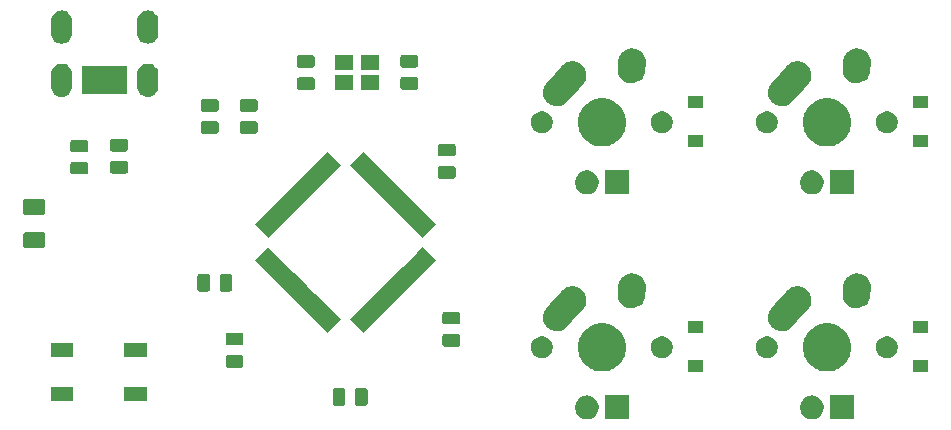
<source format=gbr>
G04 #@! TF.GenerationSoftware,KiCad,Pcbnew,(5.1.4)-1*
G04 #@! TF.CreationDate,2023-01-01T19:50:54-03:00*
G04 #@! TF.ProjectId,osukeypad-pcb,6f73756b-6579-4706-9164-2d7063622e6b,rev?*
G04 #@! TF.SameCoordinates,Original*
G04 #@! TF.FileFunction,Soldermask,Bot*
G04 #@! TF.FilePolarity,Negative*
%FSLAX46Y46*%
G04 Gerber Fmt 4.6, Leading zero omitted, Abs format (unit mm)*
G04 Created by KiCad (PCBNEW (5.1.4)-1) date 2023-01-01 19:50:54*
%MOMM*%
%LPD*%
G04 APERTURE LIST*
%ADD10C,0.100000*%
G04 APERTURE END LIST*
D10*
G36*
X92518925Y-85044488D02*
G01*
X92685210Y-85077563D01*
X92867836Y-85153209D01*
X93032194Y-85263030D01*
X93171970Y-85402806D01*
X93281791Y-85567164D01*
X93357437Y-85749790D01*
X93396000Y-85943664D01*
X93396000Y-86141336D01*
X93357437Y-86335210D01*
X93281791Y-86517836D01*
X93171970Y-86682194D01*
X93032194Y-86821970D01*
X92867836Y-86931791D01*
X92685210Y-87007437D01*
X92518925Y-87040512D01*
X92491337Y-87046000D01*
X92293663Y-87046000D01*
X92266075Y-87040512D01*
X92099790Y-87007437D01*
X91917164Y-86931791D01*
X91752806Y-86821970D01*
X91613030Y-86682194D01*
X91503209Y-86517836D01*
X91427563Y-86335210D01*
X91389000Y-86141336D01*
X91389000Y-85943664D01*
X91427563Y-85749790D01*
X91503209Y-85567164D01*
X91613030Y-85402806D01*
X91752806Y-85263030D01*
X91917164Y-85153209D01*
X92099790Y-85077563D01*
X92266075Y-85044488D01*
X92293663Y-85039000D01*
X92491337Y-85039000D01*
X92518925Y-85044488D01*
X92518925Y-85044488D01*
G37*
G36*
X111568925Y-85044488D02*
G01*
X111735210Y-85077563D01*
X111917836Y-85153209D01*
X112082194Y-85263030D01*
X112221970Y-85402806D01*
X112331791Y-85567164D01*
X112407437Y-85749790D01*
X112446000Y-85943664D01*
X112446000Y-86141336D01*
X112407437Y-86335210D01*
X112331791Y-86517836D01*
X112221970Y-86682194D01*
X112082194Y-86821970D01*
X111917836Y-86931791D01*
X111735210Y-87007437D01*
X111568925Y-87040512D01*
X111541337Y-87046000D01*
X111343663Y-87046000D01*
X111316075Y-87040512D01*
X111149790Y-87007437D01*
X110967164Y-86931791D01*
X110802806Y-86821970D01*
X110663030Y-86682194D01*
X110553209Y-86517836D01*
X110477563Y-86335210D01*
X110439000Y-86141336D01*
X110439000Y-85943664D01*
X110477563Y-85749790D01*
X110553209Y-85567164D01*
X110663030Y-85402806D01*
X110802806Y-85263030D01*
X110967164Y-85153209D01*
X111149790Y-85077563D01*
X111316075Y-85044488D01*
X111343663Y-85039000D01*
X111541337Y-85039000D01*
X111568925Y-85044488D01*
X111568925Y-85044488D01*
G37*
G36*
X114986000Y-87046000D02*
G01*
X112979000Y-87046000D01*
X112979000Y-85039000D01*
X114986000Y-85039000D01*
X114986000Y-87046000D01*
X114986000Y-87046000D01*
G37*
G36*
X95936000Y-87046000D02*
G01*
X93929000Y-87046000D01*
X93929000Y-85039000D01*
X95936000Y-85039000D01*
X95936000Y-87046000D01*
X95936000Y-87046000D01*
G37*
G36*
X71775968Y-84407065D02*
G01*
X71814638Y-84418796D01*
X71850277Y-84437846D01*
X71881517Y-84463483D01*
X71907154Y-84494723D01*
X71926204Y-84530362D01*
X71937935Y-84569032D01*
X71942500Y-84615388D01*
X71942500Y-85691612D01*
X71937935Y-85737968D01*
X71926204Y-85776638D01*
X71907154Y-85812277D01*
X71881517Y-85843517D01*
X71850277Y-85869154D01*
X71814638Y-85888204D01*
X71775968Y-85899935D01*
X71729612Y-85904500D01*
X71078388Y-85904500D01*
X71032032Y-85899935D01*
X70993362Y-85888204D01*
X70957723Y-85869154D01*
X70926483Y-85843517D01*
X70900846Y-85812277D01*
X70881796Y-85776638D01*
X70870065Y-85737968D01*
X70865500Y-85691612D01*
X70865500Y-84615388D01*
X70870065Y-84569032D01*
X70881796Y-84530362D01*
X70900846Y-84494723D01*
X70926483Y-84463483D01*
X70957723Y-84437846D01*
X70993362Y-84418796D01*
X71032032Y-84407065D01*
X71078388Y-84402500D01*
X71729612Y-84402500D01*
X71775968Y-84407065D01*
X71775968Y-84407065D01*
G37*
G36*
X73650968Y-84407065D02*
G01*
X73689638Y-84418796D01*
X73725277Y-84437846D01*
X73756517Y-84463483D01*
X73782154Y-84494723D01*
X73801204Y-84530362D01*
X73812935Y-84569032D01*
X73817500Y-84615388D01*
X73817500Y-85691612D01*
X73812935Y-85737968D01*
X73801204Y-85776638D01*
X73782154Y-85812277D01*
X73756517Y-85843517D01*
X73725277Y-85869154D01*
X73689638Y-85888204D01*
X73650968Y-85899935D01*
X73604612Y-85904500D01*
X72953388Y-85904500D01*
X72907032Y-85899935D01*
X72868362Y-85888204D01*
X72832723Y-85869154D01*
X72801483Y-85843517D01*
X72775846Y-85812277D01*
X72756796Y-85776638D01*
X72745065Y-85737968D01*
X72740500Y-85691612D01*
X72740500Y-84615388D01*
X72745065Y-84569032D01*
X72756796Y-84530362D01*
X72775846Y-84494723D01*
X72801483Y-84463483D01*
X72832723Y-84437846D01*
X72868362Y-84418796D01*
X72907032Y-84407065D01*
X72953388Y-84402500D01*
X73604612Y-84402500D01*
X73650968Y-84407065D01*
X73650968Y-84407065D01*
G37*
G36*
X55116500Y-85517500D02*
G01*
X53214500Y-85517500D01*
X53214500Y-84315500D01*
X55116500Y-84315500D01*
X55116500Y-85517500D01*
X55116500Y-85517500D01*
G37*
G36*
X48916500Y-85517500D02*
G01*
X47014500Y-85517500D01*
X47014500Y-84315500D01*
X48916500Y-84315500D01*
X48916500Y-85517500D01*
X48916500Y-85517500D01*
G37*
G36*
X102251000Y-83051000D02*
G01*
X100949000Y-83051000D01*
X100949000Y-82049000D01*
X102251000Y-82049000D01*
X102251000Y-83051000D01*
X102251000Y-83051000D01*
G37*
G36*
X121301000Y-83049000D02*
G01*
X119999000Y-83049000D01*
X119999000Y-82047000D01*
X121301000Y-82047000D01*
X121301000Y-83049000D01*
X121301000Y-83049000D01*
G37*
G36*
X113308974Y-78996184D02*
G01*
X113526974Y-79086483D01*
X113681123Y-79150333D01*
X114016048Y-79374123D01*
X114300877Y-79658952D01*
X114524667Y-79993877D01*
X114557062Y-80072086D01*
X114678816Y-80366026D01*
X114757400Y-80761094D01*
X114757400Y-81163906D01*
X114678816Y-81558974D01*
X114627951Y-81681772D01*
X114524667Y-81931123D01*
X114300877Y-82266048D01*
X114016048Y-82550877D01*
X113681123Y-82774667D01*
X113526974Y-82838517D01*
X113308974Y-82928816D01*
X112913906Y-83007400D01*
X112511094Y-83007400D01*
X112116026Y-82928816D01*
X111898026Y-82838517D01*
X111743877Y-82774667D01*
X111408952Y-82550877D01*
X111124123Y-82266048D01*
X110900333Y-81931123D01*
X110797049Y-81681772D01*
X110746184Y-81558974D01*
X110667600Y-81163906D01*
X110667600Y-80761094D01*
X110746184Y-80366026D01*
X110867938Y-80072086D01*
X110900333Y-79993877D01*
X111124123Y-79658952D01*
X111408952Y-79374123D01*
X111743877Y-79150333D01*
X111898026Y-79086483D01*
X112116026Y-78996184D01*
X112511094Y-78917600D01*
X112913906Y-78917600D01*
X113308974Y-78996184D01*
X113308974Y-78996184D01*
G37*
G36*
X94258974Y-78996184D02*
G01*
X94476974Y-79086483D01*
X94631123Y-79150333D01*
X94966048Y-79374123D01*
X95250877Y-79658952D01*
X95474667Y-79993877D01*
X95507062Y-80072086D01*
X95628816Y-80366026D01*
X95707400Y-80761094D01*
X95707400Y-81163906D01*
X95628816Y-81558974D01*
X95577951Y-81681772D01*
X95474667Y-81931123D01*
X95250877Y-82266048D01*
X94966048Y-82550877D01*
X94631123Y-82774667D01*
X94476974Y-82838517D01*
X94258974Y-82928816D01*
X93863906Y-83007400D01*
X93461094Y-83007400D01*
X93066026Y-82928816D01*
X92848026Y-82838517D01*
X92693877Y-82774667D01*
X92358952Y-82550877D01*
X92074123Y-82266048D01*
X91850333Y-81931123D01*
X91747049Y-81681772D01*
X91696184Y-81558974D01*
X91617600Y-81163906D01*
X91617600Y-80761094D01*
X91696184Y-80366026D01*
X91817938Y-80072086D01*
X91850333Y-79993877D01*
X92074123Y-79658952D01*
X92358952Y-79374123D01*
X92693877Y-79150333D01*
X92848026Y-79086483D01*
X93066026Y-78996184D01*
X93461094Y-78917600D01*
X93863906Y-78917600D01*
X94258974Y-78996184D01*
X94258974Y-78996184D01*
G37*
G36*
X63131968Y-81605065D02*
G01*
X63170638Y-81616796D01*
X63206277Y-81635846D01*
X63237517Y-81661483D01*
X63263154Y-81692723D01*
X63282204Y-81728362D01*
X63293935Y-81767032D01*
X63298500Y-81813388D01*
X63298500Y-82464612D01*
X63293935Y-82510968D01*
X63282204Y-82549638D01*
X63263154Y-82585277D01*
X63237517Y-82616517D01*
X63206277Y-82642154D01*
X63170638Y-82661204D01*
X63131968Y-82672935D01*
X63085612Y-82677500D01*
X62009388Y-82677500D01*
X61963032Y-82672935D01*
X61924362Y-82661204D01*
X61888723Y-82642154D01*
X61857483Y-82616517D01*
X61831846Y-82585277D01*
X61812796Y-82549638D01*
X61801065Y-82510968D01*
X61796500Y-82464612D01*
X61796500Y-81813388D01*
X61801065Y-81767032D01*
X61812796Y-81728362D01*
X61831846Y-81692723D01*
X61857483Y-81661483D01*
X61888723Y-81635846D01*
X61924362Y-81616796D01*
X61963032Y-81605065D01*
X62009388Y-81600500D01*
X63085612Y-81600500D01*
X63131968Y-81605065D01*
X63131968Y-81605065D01*
G37*
G36*
X118062604Y-80072085D02*
G01*
X118231126Y-80141889D01*
X118382791Y-80243228D01*
X118511772Y-80372209D01*
X118613111Y-80523874D01*
X118682915Y-80692396D01*
X118718500Y-80871297D01*
X118718500Y-81053703D01*
X118682915Y-81232604D01*
X118613111Y-81401126D01*
X118511772Y-81552791D01*
X118382791Y-81681772D01*
X118231126Y-81783111D01*
X118062604Y-81852915D01*
X117883703Y-81888500D01*
X117701297Y-81888500D01*
X117522396Y-81852915D01*
X117353874Y-81783111D01*
X117202209Y-81681772D01*
X117073228Y-81552791D01*
X116971889Y-81401126D01*
X116902085Y-81232604D01*
X116866500Y-81053703D01*
X116866500Y-80871297D01*
X116902085Y-80692396D01*
X116971889Y-80523874D01*
X117073228Y-80372209D01*
X117202209Y-80243228D01*
X117353874Y-80141889D01*
X117522396Y-80072085D01*
X117701297Y-80036500D01*
X117883703Y-80036500D01*
X118062604Y-80072085D01*
X118062604Y-80072085D01*
G37*
G36*
X99012604Y-80072085D02*
G01*
X99181126Y-80141889D01*
X99332791Y-80243228D01*
X99461772Y-80372209D01*
X99563111Y-80523874D01*
X99632915Y-80692396D01*
X99668500Y-80871297D01*
X99668500Y-81053703D01*
X99632915Y-81232604D01*
X99563111Y-81401126D01*
X99461772Y-81552791D01*
X99332791Y-81681772D01*
X99181126Y-81783111D01*
X99012604Y-81852915D01*
X98833703Y-81888500D01*
X98651297Y-81888500D01*
X98472396Y-81852915D01*
X98303874Y-81783111D01*
X98152209Y-81681772D01*
X98023228Y-81552791D01*
X97921889Y-81401126D01*
X97852085Y-81232604D01*
X97816500Y-81053703D01*
X97816500Y-80871297D01*
X97852085Y-80692396D01*
X97921889Y-80523874D01*
X98023228Y-80372209D01*
X98152209Y-80243228D01*
X98303874Y-80141889D01*
X98472396Y-80072085D01*
X98651297Y-80036500D01*
X98833703Y-80036500D01*
X99012604Y-80072085D01*
X99012604Y-80072085D01*
G37*
G36*
X107902604Y-80072085D02*
G01*
X108071126Y-80141889D01*
X108222791Y-80243228D01*
X108351772Y-80372209D01*
X108453111Y-80523874D01*
X108522915Y-80692396D01*
X108558500Y-80871297D01*
X108558500Y-81053703D01*
X108522915Y-81232604D01*
X108453111Y-81401126D01*
X108351772Y-81552791D01*
X108222791Y-81681772D01*
X108071126Y-81783111D01*
X107902604Y-81852915D01*
X107723703Y-81888500D01*
X107541297Y-81888500D01*
X107362396Y-81852915D01*
X107193874Y-81783111D01*
X107042209Y-81681772D01*
X106913228Y-81552791D01*
X106811889Y-81401126D01*
X106742085Y-81232604D01*
X106706500Y-81053703D01*
X106706500Y-80871297D01*
X106742085Y-80692396D01*
X106811889Y-80523874D01*
X106913228Y-80372209D01*
X107042209Y-80243228D01*
X107193874Y-80141889D01*
X107362396Y-80072085D01*
X107541297Y-80036500D01*
X107723703Y-80036500D01*
X107902604Y-80072085D01*
X107902604Y-80072085D01*
G37*
G36*
X88852604Y-80072085D02*
G01*
X89021126Y-80141889D01*
X89172791Y-80243228D01*
X89301772Y-80372209D01*
X89403111Y-80523874D01*
X89472915Y-80692396D01*
X89508500Y-80871297D01*
X89508500Y-81053703D01*
X89472915Y-81232604D01*
X89403111Y-81401126D01*
X89301772Y-81552791D01*
X89172791Y-81681772D01*
X89021126Y-81783111D01*
X88852604Y-81852915D01*
X88673703Y-81888500D01*
X88491297Y-81888500D01*
X88312396Y-81852915D01*
X88143874Y-81783111D01*
X87992209Y-81681772D01*
X87863228Y-81552791D01*
X87761889Y-81401126D01*
X87692085Y-81232604D01*
X87656500Y-81053703D01*
X87656500Y-80871297D01*
X87692085Y-80692396D01*
X87761889Y-80523874D01*
X87863228Y-80372209D01*
X87992209Y-80243228D01*
X88143874Y-80141889D01*
X88312396Y-80072085D01*
X88491297Y-80036500D01*
X88673703Y-80036500D01*
X88852604Y-80072085D01*
X88852604Y-80072085D01*
G37*
G36*
X48916500Y-81817500D02*
G01*
X47014500Y-81817500D01*
X47014500Y-80615500D01*
X48916500Y-80615500D01*
X48916500Y-81817500D01*
X48916500Y-81817500D01*
G37*
G36*
X55116500Y-81817500D02*
G01*
X53214500Y-81817500D01*
X53214500Y-80615500D01*
X55116500Y-80615500D01*
X55116500Y-81817500D01*
X55116500Y-81817500D01*
G37*
G36*
X81483468Y-79827065D02*
G01*
X81522138Y-79838796D01*
X81557777Y-79857846D01*
X81589017Y-79883483D01*
X81614654Y-79914723D01*
X81633704Y-79950362D01*
X81645435Y-79989032D01*
X81650000Y-80035388D01*
X81650000Y-80686612D01*
X81645435Y-80732968D01*
X81633704Y-80771638D01*
X81614654Y-80807277D01*
X81589017Y-80838517D01*
X81557777Y-80864154D01*
X81522138Y-80883204D01*
X81483468Y-80894935D01*
X81437112Y-80899500D01*
X80360888Y-80899500D01*
X80314532Y-80894935D01*
X80275862Y-80883204D01*
X80240223Y-80864154D01*
X80208983Y-80838517D01*
X80183346Y-80807277D01*
X80164296Y-80771638D01*
X80152565Y-80732968D01*
X80148000Y-80686612D01*
X80148000Y-80035388D01*
X80152565Y-79989032D01*
X80164296Y-79950362D01*
X80183346Y-79914723D01*
X80208983Y-79883483D01*
X80240223Y-79857846D01*
X80275862Y-79838796D01*
X80314532Y-79827065D01*
X80360888Y-79822500D01*
X81437112Y-79822500D01*
X81483468Y-79827065D01*
X81483468Y-79827065D01*
G37*
G36*
X63131968Y-79730065D02*
G01*
X63170638Y-79741796D01*
X63206277Y-79760846D01*
X63237517Y-79786483D01*
X63263154Y-79817723D01*
X63282204Y-79853362D01*
X63293935Y-79892032D01*
X63298500Y-79938388D01*
X63298500Y-80589612D01*
X63293935Y-80635968D01*
X63282204Y-80674638D01*
X63263154Y-80710277D01*
X63237517Y-80741517D01*
X63206277Y-80767154D01*
X63170638Y-80786204D01*
X63131968Y-80797935D01*
X63085612Y-80802500D01*
X62009388Y-80802500D01*
X61963032Y-80797935D01*
X61924362Y-80786204D01*
X61888723Y-80767154D01*
X61857483Y-80741517D01*
X61831846Y-80710277D01*
X61812796Y-80674638D01*
X61801065Y-80635968D01*
X61796500Y-80589612D01*
X61796500Y-79938388D01*
X61801065Y-79892032D01*
X61812796Y-79853362D01*
X61831846Y-79817723D01*
X61857483Y-79786483D01*
X61888723Y-79760846D01*
X61924362Y-79741796D01*
X61963032Y-79730065D01*
X62009388Y-79725500D01*
X63085612Y-79725500D01*
X63131968Y-79730065D01*
X63131968Y-79730065D01*
G37*
G36*
X102251000Y-79751000D02*
G01*
X100949000Y-79751000D01*
X100949000Y-78749000D01*
X102251000Y-78749000D01*
X102251000Y-79751000D01*
X102251000Y-79751000D01*
G37*
G36*
X121301000Y-79749000D02*
G01*
X119999000Y-79749000D01*
X119999000Y-78747000D01*
X121301000Y-78747000D01*
X121301000Y-79749000D01*
X121301000Y-79749000D01*
G37*
G36*
X79601345Y-73610458D02*
G01*
X79051924Y-74159879D01*
X78486238Y-74725564D01*
X77992677Y-75219126D01*
X75092126Y-78119677D01*
X74526440Y-78685362D01*
X74032879Y-79178924D01*
X73483458Y-79728345D01*
X72350673Y-78595560D01*
X72811706Y-78134527D01*
X72827971Y-78118263D01*
X72827980Y-78118252D01*
X74031454Y-76914778D01*
X74031465Y-76914769D01*
X74047730Y-76898505D01*
X74047729Y-76898504D01*
X74508762Y-76437471D01*
X74508763Y-76437472D01*
X74525027Y-76421207D01*
X74525036Y-76421196D01*
X75162825Y-75783407D01*
X75162836Y-75783398D01*
X75179101Y-75767134D01*
X75179100Y-75767133D01*
X75640133Y-75306100D01*
X75640134Y-75306101D01*
X75656398Y-75289836D01*
X75656407Y-75289825D01*
X76294196Y-74652036D01*
X76294207Y-74652027D01*
X76310472Y-74635763D01*
X76310471Y-74635762D01*
X76771504Y-74174729D01*
X76771505Y-74174730D01*
X76787769Y-74158465D01*
X76787778Y-74158454D01*
X77991252Y-72954980D01*
X77991263Y-72954971D01*
X78007527Y-72938706D01*
X78468560Y-72477673D01*
X79601345Y-73610458D01*
X79601345Y-73610458D01*
G37*
G36*
X65899738Y-72954971D02*
G01*
X65899744Y-72954976D01*
X67103227Y-74158459D01*
X67103232Y-74158465D01*
X67596794Y-74652027D01*
X67596800Y-74652032D01*
X68234598Y-75289830D01*
X68234603Y-75289836D01*
X68728165Y-75783398D01*
X68728171Y-75783403D01*
X69365969Y-76421201D01*
X69365974Y-76421207D01*
X69859536Y-76914769D01*
X69859542Y-76914774D01*
X71063025Y-78118257D01*
X71063030Y-78118263D01*
X71540327Y-78595560D01*
X70407542Y-79728345D01*
X69858127Y-79178930D01*
X69858122Y-79178924D01*
X68798875Y-78119677D01*
X68798869Y-78119672D01*
X68161071Y-77481874D01*
X68161066Y-77481868D01*
X67667504Y-76988306D01*
X67667498Y-76988301D01*
X67029700Y-76350503D01*
X67029695Y-76350497D01*
X66536133Y-75856935D01*
X66536127Y-75856930D01*
X65898329Y-75219132D01*
X65898324Y-75219126D01*
X64839077Y-74159879D01*
X64839071Y-74159874D01*
X64289655Y-73610458D01*
X65422440Y-72477673D01*
X65899738Y-72954971D01*
X65899738Y-72954971D01*
G37*
G36*
X110235705Y-75786381D02*
G01*
X110241145Y-75786500D01*
X110328328Y-75786500D01*
X110344597Y-75789736D01*
X110363456Y-75792015D01*
X110380032Y-75792746D01*
X110464723Y-75813510D01*
X110470018Y-75814684D01*
X110555527Y-75831693D01*
X110570862Y-75838045D01*
X110588901Y-75843955D01*
X110605021Y-75847907D01*
X110684004Y-75884780D01*
X110688994Y-75886977D01*
X110769545Y-75920342D01*
X110783341Y-75929560D01*
X110799893Y-75938882D01*
X110814926Y-75945900D01*
X110885194Y-75997471D01*
X110889692Y-76000622D01*
X110962156Y-76049041D01*
X110973883Y-76060768D01*
X110988309Y-76073148D01*
X111001679Y-76082961D01*
X111001680Y-76082962D01*
X111060521Y-76147233D01*
X111064329Y-76151214D01*
X111125959Y-76212844D01*
X111135174Y-76226635D01*
X111146896Y-76241578D01*
X111158105Y-76253821D01*
X111203299Y-76328374D01*
X111206246Y-76333001D01*
X111217936Y-76350497D01*
X111254658Y-76405455D01*
X111261005Y-76420777D01*
X111269592Y-76437731D01*
X111278191Y-76451917D01*
X111307978Y-76533868D01*
X111309952Y-76538948D01*
X111343307Y-76619473D01*
X111343307Y-76619474D01*
X111346541Y-76635733D01*
X111351658Y-76654042D01*
X111357325Y-76669634D01*
X111370555Y-76755845D01*
X111371501Y-76761213D01*
X111388500Y-76846673D01*
X111388500Y-76863252D01*
X111389944Y-76882192D01*
X111392463Y-76898604D01*
X111388620Y-76985749D01*
X111388500Y-76991189D01*
X111388500Y-77078325D01*
X111385266Y-77094583D01*
X111382988Y-77113441D01*
X111382256Y-77130031D01*
X111361488Y-77214737D01*
X111360312Y-77220037D01*
X111343307Y-77305527D01*
X111336957Y-77320857D01*
X111331049Y-77338893D01*
X111327095Y-77355020D01*
X111290211Y-77434026D01*
X111288011Y-77439023D01*
X111254658Y-77519545D01*
X111245444Y-77533335D01*
X111236122Y-77549887D01*
X111229102Y-77564924D01*
X111177511Y-77635220D01*
X111174366Y-77639710D01*
X111125961Y-77712154D01*
X111068960Y-77769155D01*
X111064311Y-77774063D01*
X110717676Y-78160388D01*
X109739223Y-79250876D01*
X109611179Y-79368102D01*
X109512131Y-79428145D01*
X109413083Y-79488189D01*
X109195366Y-79567323D01*
X108966395Y-79602461D01*
X108734970Y-79592254D01*
X108509981Y-79537093D01*
X108405227Y-79488189D01*
X108300079Y-79439102D01*
X108203338Y-79368102D01*
X108113323Y-79302039D01*
X107985719Y-79162659D01*
X107956898Y-79131179D01*
X107892229Y-79024500D01*
X107836811Y-78933083D01*
X107757677Y-78715366D01*
X107722539Y-78486395D01*
X107732746Y-78254970D01*
X107787907Y-78029981D01*
X107839472Y-77919528D01*
X107885898Y-77820080D01*
X107885900Y-77820077D01*
X107988614Y-77680122D01*
X108675328Y-76914778D01*
X109275287Y-76246121D01*
X109286181Y-76232089D01*
X109299039Y-76212846D01*
X109356073Y-76155812D01*
X109360723Y-76150903D01*
X109375778Y-76134124D01*
X109397201Y-76114511D01*
X109401182Y-76110703D01*
X109462846Y-76049039D01*
X109476643Y-76039820D01*
X109491602Y-76028085D01*
X109503821Y-76016898D01*
X109535885Y-75997461D01*
X109578330Y-75971731D01*
X109582921Y-75968808D01*
X109655455Y-75920342D01*
X109670800Y-75913986D01*
X109687748Y-75905401D01*
X109701916Y-75896812D01*
X109701917Y-75896812D01*
X109701918Y-75896811D01*
X109783812Y-75867045D01*
X109788910Y-75865063D01*
X109869473Y-75831693D01*
X109885752Y-75828455D01*
X109904042Y-75823344D01*
X109919635Y-75817677D01*
X110005800Y-75804454D01*
X110011163Y-75803509D01*
X110096673Y-75786500D01*
X110113266Y-75786500D01*
X110132209Y-75785055D01*
X110148606Y-75782539D01*
X110235705Y-75786381D01*
X110235705Y-75786381D01*
G37*
G36*
X91185705Y-75786381D02*
G01*
X91191145Y-75786500D01*
X91278328Y-75786500D01*
X91294597Y-75789736D01*
X91313456Y-75792015D01*
X91330032Y-75792746D01*
X91414723Y-75813510D01*
X91420018Y-75814684D01*
X91505527Y-75831693D01*
X91520862Y-75838045D01*
X91538901Y-75843955D01*
X91555021Y-75847907D01*
X91634004Y-75884780D01*
X91638994Y-75886977D01*
X91719545Y-75920342D01*
X91733341Y-75929560D01*
X91749893Y-75938882D01*
X91764926Y-75945900D01*
X91835194Y-75997471D01*
X91839692Y-76000622D01*
X91912156Y-76049041D01*
X91923883Y-76060768D01*
X91938309Y-76073148D01*
X91951679Y-76082961D01*
X91951680Y-76082962D01*
X92010521Y-76147233D01*
X92014329Y-76151214D01*
X92075959Y-76212844D01*
X92085174Y-76226635D01*
X92096896Y-76241578D01*
X92108105Y-76253821D01*
X92153299Y-76328374D01*
X92156246Y-76333001D01*
X92167936Y-76350497D01*
X92204658Y-76405455D01*
X92211005Y-76420777D01*
X92219592Y-76437731D01*
X92228191Y-76451917D01*
X92257978Y-76533868D01*
X92259952Y-76538948D01*
X92293307Y-76619473D01*
X92293307Y-76619474D01*
X92296541Y-76635733D01*
X92301658Y-76654042D01*
X92307325Y-76669634D01*
X92320555Y-76755845D01*
X92321501Y-76761213D01*
X92338500Y-76846673D01*
X92338500Y-76863252D01*
X92339944Y-76882192D01*
X92342463Y-76898604D01*
X92338620Y-76985749D01*
X92338500Y-76991189D01*
X92338500Y-77078325D01*
X92335266Y-77094583D01*
X92332988Y-77113441D01*
X92332256Y-77130031D01*
X92311488Y-77214737D01*
X92310312Y-77220037D01*
X92293307Y-77305527D01*
X92286957Y-77320857D01*
X92281049Y-77338893D01*
X92277095Y-77355020D01*
X92240211Y-77434026D01*
X92238011Y-77439023D01*
X92204658Y-77519545D01*
X92195444Y-77533335D01*
X92186122Y-77549887D01*
X92179102Y-77564924D01*
X92127511Y-77635220D01*
X92124366Y-77639710D01*
X92075961Y-77712154D01*
X92018960Y-77769155D01*
X92014311Y-77774063D01*
X91667676Y-78160388D01*
X90689223Y-79250876D01*
X90561179Y-79368102D01*
X90462131Y-79428145D01*
X90363083Y-79488189D01*
X90145366Y-79567323D01*
X89916395Y-79602461D01*
X89684970Y-79592254D01*
X89459981Y-79537093D01*
X89355227Y-79488189D01*
X89250079Y-79439102D01*
X89153338Y-79368102D01*
X89063323Y-79302039D01*
X88935719Y-79162659D01*
X88906898Y-79131179D01*
X88842229Y-79024500D01*
X88786811Y-78933083D01*
X88707677Y-78715366D01*
X88672539Y-78486395D01*
X88682746Y-78254970D01*
X88737907Y-78029981D01*
X88789472Y-77919528D01*
X88835898Y-77820080D01*
X88835900Y-77820077D01*
X88938614Y-77680122D01*
X89625328Y-76914778D01*
X90225287Y-76246121D01*
X90236181Y-76232089D01*
X90249039Y-76212846D01*
X90306073Y-76155812D01*
X90310723Y-76150903D01*
X90325778Y-76134124D01*
X90347201Y-76114511D01*
X90351182Y-76110703D01*
X90412846Y-76049039D01*
X90426643Y-76039820D01*
X90441602Y-76028085D01*
X90453821Y-76016898D01*
X90485885Y-75997461D01*
X90528330Y-75971731D01*
X90532921Y-75968808D01*
X90605455Y-75920342D01*
X90620800Y-75913986D01*
X90637748Y-75905401D01*
X90651916Y-75896812D01*
X90651917Y-75896812D01*
X90651918Y-75896811D01*
X90733812Y-75867045D01*
X90738910Y-75865063D01*
X90819473Y-75831693D01*
X90835752Y-75828455D01*
X90854042Y-75823344D01*
X90869635Y-75817677D01*
X90955800Y-75804454D01*
X90961163Y-75803509D01*
X91046673Y-75786500D01*
X91063266Y-75786500D01*
X91082209Y-75785055D01*
X91098606Y-75782539D01*
X91185705Y-75786381D01*
X91185705Y-75786381D01*
G37*
G36*
X81483468Y-77952065D02*
G01*
X81522138Y-77963796D01*
X81557777Y-77982846D01*
X81589017Y-78008483D01*
X81614654Y-78039723D01*
X81633704Y-78075362D01*
X81645435Y-78114032D01*
X81650000Y-78160388D01*
X81650000Y-78811612D01*
X81645435Y-78857968D01*
X81633704Y-78896638D01*
X81614654Y-78932277D01*
X81589017Y-78963517D01*
X81557777Y-78989154D01*
X81522138Y-79008204D01*
X81483468Y-79019935D01*
X81437112Y-79024500D01*
X80360888Y-79024500D01*
X80314532Y-79019935D01*
X80275862Y-79008204D01*
X80240223Y-78989154D01*
X80208983Y-78963517D01*
X80183346Y-78932277D01*
X80164296Y-78896638D01*
X80152565Y-78857968D01*
X80148000Y-78811612D01*
X80148000Y-78160388D01*
X80152565Y-78114032D01*
X80164296Y-78075362D01*
X80183346Y-78039723D01*
X80208983Y-78008483D01*
X80240223Y-77982846D01*
X80275862Y-77963796D01*
X80314532Y-77952065D01*
X80360888Y-77947500D01*
X81437112Y-77947500D01*
X81483468Y-77952065D01*
X81483468Y-77952065D01*
G37*
G36*
X96290627Y-74704761D02*
G01*
X96311400Y-74706500D01*
X96318327Y-74706500D01*
X96413254Y-74725382D01*
X96416848Y-74726042D01*
X96512230Y-74742124D01*
X96518703Y-74744585D01*
X96538728Y-74750341D01*
X96545527Y-74751693D01*
X96597319Y-74773146D01*
X96634943Y-74788730D01*
X96638344Y-74790081D01*
X96728755Y-74824461D01*
X96734627Y-74828140D01*
X96753136Y-74837687D01*
X96759545Y-74840342D01*
X96840063Y-74894142D01*
X96843054Y-74896078D01*
X96925057Y-74947459D01*
X96930084Y-74952200D01*
X96946396Y-74965191D01*
X96952152Y-74969037D01*
X97020610Y-75037495D01*
X97023189Y-75039999D01*
X97093590Y-75106389D01*
X97097595Y-75112019D01*
X97111059Y-75127944D01*
X97115959Y-75132844D01*
X97169744Y-75213339D01*
X97171791Y-75216307D01*
X97227880Y-75295145D01*
X97230714Y-75301458D01*
X97240808Y-75319693D01*
X97244658Y-75325455D01*
X97281720Y-75414930D01*
X97283124Y-75418185D01*
X97322765Y-75506473D01*
X97324315Y-75513225D01*
X97330652Y-75533062D01*
X97333307Y-75539473D01*
X97352192Y-75634417D01*
X97352938Y-75637901D01*
X97374598Y-75732251D01*
X97374598Y-75732254D01*
X97374800Y-75739154D01*
X97377147Y-75759870D01*
X97378500Y-75766674D01*
X97378500Y-75863486D01*
X97378553Y-75867084D01*
X97379688Y-75905777D01*
X97378795Y-75918725D01*
X97378500Y-75927297D01*
X97378500Y-75998326D01*
X97372581Y-76028085D01*
X97372104Y-76030479D01*
X97370000Y-76046250D01*
X97331738Y-76601045D01*
X97302876Y-76772230D01*
X97220538Y-76988755D01*
X97097541Y-77185057D01*
X96938611Y-77353590D01*
X96749855Y-77487880D01*
X96538527Y-77582765D01*
X96312749Y-77634598D01*
X96081198Y-77641389D01*
X96081197Y-77641389D01*
X96035512Y-77633686D01*
X95852770Y-77602876D01*
X95636245Y-77520538D01*
X95439943Y-77397541D01*
X95271410Y-77238611D01*
X95137120Y-77049855D01*
X95042235Y-76838527D01*
X94990402Y-76612749D01*
X94985312Y-76439223D01*
X95026204Y-75846294D01*
X95026500Y-75837696D01*
X95026500Y-75766675D01*
X95045382Y-75671750D01*
X95046044Y-75668145D01*
X95051731Y-75634417D01*
X95062124Y-75572770D01*
X95064585Y-75566299D01*
X95070342Y-75546267D01*
X95071693Y-75539474D01*
X95074343Y-75533076D01*
X95108764Y-75449976D01*
X95110053Y-75446730D01*
X95144462Y-75356245D01*
X95148136Y-75350381D01*
X95157687Y-75331865D01*
X95160342Y-75325455D01*
X95214157Y-75244915D01*
X95216077Y-75241949D01*
X95267459Y-75159943D01*
X95272211Y-75154904D01*
X95285189Y-75138607D01*
X95289037Y-75132848D01*
X95357493Y-75064392D01*
X95360046Y-75061762D01*
X95380523Y-75040048D01*
X95426389Y-74991410D01*
X95432021Y-74987403D01*
X95447947Y-74973938D01*
X95452846Y-74969039D01*
X95533324Y-74915266D01*
X95536306Y-74913210D01*
X95615145Y-74857120D01*
X95621455Y-74854287D01*
X95639694Y-74844191D01*
X95645451Y-74840344D01*
X95645454Y-74840343D01*
X95645455Y-74840342D01*
X95734929Y-74803281D01*
X95738187Y-74801875D01*
X95826473Y-74762235D01*
X95833225Y-74760685D01*
X95853062Y-74754348D01*
X95859473Y-74751693D01*
X95954399Y-74732811D01*
X95957946Y-74732051D01*
X96052251Y-74710401D01*
X96054630Y-74710331D01*
X96059165Y-74710198D01*
X96079881Y-74707851D01*
X96086674Y-74706500D01*
X96183459Y-74706500D01*
X96187084Y-74706447D01*
X96283802Y-74703610D01*
X96290627Y-74704761D01*
X96290627Y-74704761D01*
G37*
G36*
X115340627Y-74704761D02*
G01*
X115361400Y-74706500D01*
X115368327Y-74706500D01*
X115463254Y-74725382D01*
X115466848Y-74726042D01*
X115562230Y-74742124D01*
X115568703Y-74744585D01*
X115588728Y-74750341D01*
X115595527Y-74751693D01*
X115647319Y-74773146D01*
X115684943Y-74788730D01*
X115688344Y-74790081D01*
X115778755Y-74824461D01*
X115784627Y-74828140D01*
X115803136Y-74837687D01*
X115809545Y-74840342D01*
X115890063Y-74894142D01*
X115893054Y-74896078D01*
X115975057Y-74947459D01*
X115980084Y-74952200D01*
X115996396Y-74965191D01*
X116002152Y-74969037D01*
X116070610Y-75037495D01*
X116073189Y-75039999D01*
X116143590Y-75106389D01*
X116147595Y-75112019D01*
X116161059Y-75127944D01*
X116165959Y-75132844D01*
X116219744Y-75213339D01*
X116221791Y-75216307D01*
X116277880Y-75295145D01*
X116280714Y-75301458D01*
X116290808Y-75319693D01*
X116294658Y-75325455D01*
X116331720Y-75414930D01*
X116333124Y-75418185D01*
X116372765Y-75506473D01*
X116374315Y-75513225D01*
X116380652Y-75533062D01*
X116383307Y-75539473D01*
X116402192Y-75634417D01*
X116402938Y-75637901D01*
X116424598Y-75732251D01*
X116424598Y-75732254D01*
X116424800Y-75739154D01*
X116427147Y-75759870D01*
X116428500Y-75766674D01*
X116428500Y-75863486D01*
X116428553Y-75867084D01*
X116429688Y-75905777D01*
X116428795Y-75918725D01*
X116428500Y-75927297D01*
X116428500Y-75998326D01*
X116422581Y-76028085D01*
X116422104Y-76030479D01*
X116420000Y-76046250D01*
X116381738Y-76601045D01*
X116352876Y-76772230D01*
X116270538Y-76988755D01*
X116147541Y-77185057D01*
X115988611Y-77353590D01*
X115799855Y-77487880D01*
X115588527Y-77582765D01*
X115362749Y-77634598D01*
X115131198Y-77641389D01*
X115131197Y-77641389D01*
X115085512Y-77633686D01*
X114902770Y-77602876D01*
X114686245Y-77520538D01*
X114489943Y-77397541D01*
X114321410Y-77238611D01*
X114187120Y-77049855D01*
X114092235Y-76838527D01*
X114040402Y-76612749D01*
X114035312Y-76439223D01*
X114076204Y-75846294D01*
X114076500Y-75837696D01*
X114076500Y-75766675D01*
X114095382Y-75671750D01*
X114096044Y-75668145D01*
X114101731Y-75634417D01*
X114112124Y-75572770D01*
X114114585Y-75566299D01*
X114120342Y-75546267D01*
X114121693Y-75539474D01*
X114124343Y-75533076D01*
X114158764Y-75449976D01*
X114160053Y-75446730D01*
X114194462Y-75356245D01*
X114198136Y-75350381D01*
X114207687Y-75331865D01*
X114210342Y-75325455D01*
X114264157Y-75244915D01*
X114266077Y-75241949D01*
X114317459Y-75159943D01*
X114322211Y-75154904D01*
X114335189Y-75138607D01*
X114339037Y-75132848D01*
X114407493Y-75064392D01*
X114410046Y-75061762D01*
X114430523Y-75040048D01*
X114476389Y-74991410D01*
X114482021Y-74987403D01*
X114497947Y-74973938D01*
X114502846Y-74969039D01*
X114583324Y-74915266D01*
X114586306Y-74913210D01*
X114665145Y-74857120D01*
X114671455Y-74854287D01*
X114689694Y-74844191D01*
X114695451Y-74840344D01*
X114695454Y-74840343D01*
X114695455Y-74840342D01*
X114784929Y-74803281D01*
X114788187Y-74801875D01*
X114876473Y-74762235D01*
X114883225Y-74760685D01*
X114903062Y-74754348D01*
X114909473Y-74751693D01*
X115004399Y-74732811D01*
X115007946Y-74732051D01*
X115102251Y-74710401D01*
X115104630Y-74710331D01*
X115109165Y-74710198D01*
X115129881Y-74707851D01*
X115136674Y-74706500D01*
X115233459Y-74706500D01*
X115237084Y-74706447D01*
X115333802Y-74703610D01*
X115340627Y-74704761D01*
X115340627Y-74704761D01*
G37*
G36*
X62195568Y-74742365D02*
G01*
X62234238Y-74754096D01*
X62269877Y-74773146D01*
X62301117Y-74798783D01*
X62326754Y-74830023D01*
X62345804Y-74865662D01*
X62357535Y-74904332D01*
X62362100Y-74950688D01*
X62362100Y-76026912D01*
X62357535Y-76073268D01*
X62345804Y-76111938D01*
X62326754Y-76147577D01*
X62301117Y-76178817D01*
X62269877Y-76204454D01*
X62234238Y-76223504D01*
X62195568Y-76235235D01*
X62149212Y-76239800D01*
X61497988Y-76239800D01*
X61451632Y-76235235D01*
X61412962Y-76223504D01*
X61377323Y-76204454D01*
X61346083Y-76178817D01*
X61320446Y-76147577D01*
X61301396Y-76111938D01*
X61289665Y-76073268D01*
X61285100Y-76026912D01*
X61285100Y-74950688D01*
X61289665Y-74904332D01*
X61301396Y-74865662D01*
X61320446Y-74830023D01*
X61346083Y-74798783D01*
X61377323Y-74773146D01*
X61412962Y-74754096D01*
X61451632Y-74742365D01*
X61497988Y-74737800D01*
X62149212Y-74737800D01*
X62195568Y-74742365D01*
X62195568Y-74742365D01*
G37*
G36*
X60320568Y-74742365D02*
G01*
X60359238Y-74754096D01*
X60394877Y-74773146D01*
X60426117Y-74798783D01*
X60451754Y-74830023D01*
X60470804Y-74865662D01*
X60482535Y-74904332D01*
X60487100Y-74950688D01*
X60487100Y-76026912D01*
X60482535Y-76073268D01*
X60470804Y-76111938D01*
X60451754Y-76147577D01*
X60426117Y-76178817D01*
X60394877Y-76204454D01*
X60359238Y-76223504D01*
X60320568Y-76235235D01*
X60274212Y-76239800D01*
X59622988Y-76239800D01*
X59576632Y-76235235D01*
X59537962Y-76223504D01*
X59502323Y-76204454D01*
X59471083Y-76178817D01*
X59445446Y-76147577D01*
X59426396Y-76111938D01*
X59414665Y-76073268D01*
X59410100Y-76026912D01*
X59410100Y-74950688D01*
X59414665Y-74904332D01*
X59426396Y-74865662D01*
X59445446Y-74830023D01*
X59471083Y-74798783D01*
X59502323Y-74773146D01*
X59537962Y-74754096D01*
X59576632Y-74742365D01*
X59622988Y-74737800D01*
X60274212Y-74737800D01*
X60320568Y-74742365D01*
X60320568Y-74742365D01*
G37*
G36*
X46361604Y-71216347D02*
G01*
X46398144Y-71227432D01*
X46431821Y-71245433D01*
X46461341Y-71269659D01*
X46485567Y-71299179D01*
X46503568Y-71332856D01*
X46514653Y-71369396D01*
X46519000Y-71413538D01*
X46519000Y-72362462D01*
X46514653Y-72406604D01*
X46503568Y-72443144D01*
X46485567Y-72476821D01*
X46461341Y-72506341D01*
X46431821Y-72530567D01*
X46398144Y-72548568D01*
X46361604Y-72559653D01*
X46317462Y-72564000D01*
X44868538Y-72564000D01*
X44824396Y-72559653D01*
X44787856Y-72548568D01*
X44754179Y-72530567D01*
X44724659Y-72506341D01*
X44700433Y-72476821D01*
X44682432Y-72443144D01*
X44671347Y-72406604D01*
X44667000Y-72362462D01*
X44667000Y-71413538D01*
X44671347Y-71369396D01*
X44682432Y-71332856D01*
X44700433Y-71299179D01*
X44724659Y-71269659D01*
X44754179Y-71245433D01*
X44787856Y-71227432D01*
X44824396Y-71216347D01*
X44868538Y-71212000D01*
X46317462Y-71212000D01*
X46361604Y-71216347D01*
X46361604Y-71216347D01*
G37*
G36*
X71540327Y-65549440D02*
G01*
X71063030Y-66026738D01*
X65899738Y-71190030D01*
X65422440Y-71667327D01*
X64289655Y-70534542D01*
X64839066Y-69985131D01*
X64839077Y-69985122D01*
X64855341Y-69968857D01*
X65882059Y-68942139D01*
X65898324Y-68925875D01*
X65898333Y-68925864D01*
X66536122Y-68288075D01*
X66536133Y-68288066D01*
X66552398Y-68271802D01*
X66552397Y-68271801D01*
X67013430Y-67810768D01*
X67013431Y-67810769D01*
X67029695Y-67794504D01*
X67029704Y-67794493D01*
X67667493Y-67156704D01*
X67667504Y-67156695D01*
X67683769Y-67140431D01*
X67683768Y-67140430D01*
X68144801Y-66679397D01*
X68144802Y-66679398D01*
X68161066Y-66663133D01*
X68161075Y-66663122D01*
X68798864Y-66025333D01*
X68798875Y-66025324D01*
X68815139Y-66009059D01*
X69841857Y-64982341D01*
X69858122Y-64966077D01*
X69858131Y-64966066D01*
X70407542Y-64416655D01*
X71540327Y-65549440D01*
X71540327Y-65549440D01*
G37*
G36*
X74032874Y-64966071D02*
G01*
X74032879Y-64966077D01*
X75092126Y-66025324D01*
X75092132Y-66025329D01*
X75729930Y-66663127D01*
X75729935Y-66663133D01*
X76223497Y-67156695D01*
X76223503Y-67156700D01*
X76861301Y-67794498D01*
X76861306Y-67794504D01*
X77354868Y-68288066D01*
X77354874Y-68288071D01*
X77992672Y-68925869D01*
X77992677Y-68925875D01*
X79051924Y-69985122D01*
X79051930Y-69985127D01*
X79601345Y-70534542D01*
X78468560Y-71667327D01*
X77991263Y-71190030D01*
X77991257Y-71190025D01*
X76787774Y-69986542D01*
X76787769Y-69986536D01*
X76294207Y-69492974D01*
X76294201Y-69492969D01*
X75656403Y-68855171D01*
X75656398Y-68855165D01*
X75162836Y-68361603D01*
X75162830Y-68361598D01*
X74525032Y-67723800D01*
X74525027Y-67723794D01*
X74031465Y-67230232D01*
X74031459Y-67230227D01*
X72827976Y-66026744D01*
X72827971Y-66026738D01*
X72350673Y-65549440D01*
X73483458Y-64416655D01*
X74032874Y-64966071D01*
X74032874Y-64966071D01*
G37*
G36*
X46361604Y-68416347D02*
G01*
X46398144Y-68427432D01*
X46431821Y-68445433D01*
X46461341Y-68469659D01*
X46485567Y-68499179D01*
X46503568Y-68532856D01*
X46514653Y-68569396D01*
X46519000Y-68613538D01*
X46519000Y-69562462D01*
X46514653Y-69606604D01*
X46503568Y-69643144D01*
X46485567Y-69676821D01*
X46461341Y-69706341D01*
X46431821Y-69730567D01*
X46398144Y-69748568D01*
X46361604Y-69759653D01*
X46317462Y-69764000D01*
X44868538Y-69764000D01*
X44824396Y-69759653D01*
X44787856Y-69748568D01*
X44754179Y-69730567D01*
X44724659Y-69706341D01*
X44700433Y-69676821D01*
X44682432Y-69643144D01*
X44671347Y-69606604D01*
X44667000Y-69562462D01*
X44667000Y-68613538D01*
X44671347Y-68569396D01*
X44682432Y-68532856D01*
X44700433Y-68499179D01*
X44724659Y-68469659D01*
X44754179Y-68445433D01*
X44787856Y-68427432D01*
X44824396Y-68416347D01*
X44868538Y-68412000D01*
X46317462Y-68412000D01*
X46361604Y-68416347D01*
X46361604Y-68416347D01*
G37*
G36*
X111555162Y-65991750D02*
G01*
X111735210Y-66027563D01*
X111917836Y-66103209D01*
X112082194Y-66213030D01*
X112221970Y-66352806D01*
X112331791Y-66517164D01*
X112407437Y-66699790D01*
X112446000Y-66893664D01*
X112446000Y-67091336D01*
X112407437Y-67285210D01*
X112331791Y-67467836D01*
X112221970Y-67632194D01*
X112082194Y-67771970D01*
X111917836Y-67881791D01*
X111735210Y-67957437D01*
X111568925Y-67990512D01*
X111541337Y-67996000D01*
X111343663Y-67996000D01*
X111316075Y-67990512D01*
X111149790Y-67957437D01*
X110967164Y-67881791D01*
X110802806Y-67771970D01*
X110663030Y-67632194D01*
X110553209Y-67467836D01*
X110477563Y-67285210D01*
X110439000Y-67091336D01*
X110439000Y-66893664D01*
X110477563Y-66699790D01*
X110553209Y-66517164D01*
X110663030Y-66352806D01*
X110802806Y-66213030D01*
X110967164Y-66103209D01*
X111149790Y-66027563D01*
X111329838Y-65991750D01*
X111343663Y-65989000D01*
X111541337Y-65989000D01*
X111555162Y-65991750D01*
X111555162Y-65991750D01*
G37*
G36*
X114986000Y-67996000D02*
G01*
X112979000Y-67996000D01*
X112979000Y-65989000D01*
X114986000Y-65989000D01*
X114986000Y-67996000D01*
X114986000Y-67996000D01*
G37*
G36*
X92505162Y-65991750D02*
G01*
X92685210Y-66027563D01*
X92867836Y-66103209D01*
X93032194Y-66213030D01*
X93171970Y-66352806D01*
X93281791Y-66517164D01*
X93357437Y-66699790D01*
X93396000Y-66893664D01*
X93396000Y-67091336D01*
X93357437Y-67285210D01*
X93281791Y-67467836D01*
X93171970Y-67632194D01*
X93032194Y-67771970D01*
X92867836Y-67881791D01*
X92685210Y-67957437D01*
X92518925Y-67990512D01*
X92491337Y-67996000D01*
X92293663Y-67996000D01*
X92266075Y-67990512D01*
X92099790Y-67957437D01*
X91917164Y-67881791D01*
X91752806Y-67771970D01*
X91613030Y-67632194D01*
X91503209Y-67467836D01*
X91427563Y-67285210D01*
X91389000Y-67091336D01*
X91389000Y-66893664D01*
X91427563Y-66699790D01*
X91503209Y-66517164D01*
X91613030Y-66352806D01*
X91752806Y-66213030D01*
X91917164Y-66103209D01*
X92099790Y-66027563D01*
X92279838Y-65991750D01*
X92293663Y-65989000D01*
X92491337Y-65989000D01*
X92505162Y-65991750D01*
X92505162Y-65991750D01*
G37*
G36*
X95936000Y-67996000D02*
G01*
X93929000Y-67996000D01*
X93929000Y-65989000D01*
X95936000Y-65989000D01*
X95936000Y-67996000D01*
X95936000Y-67996000D01*
G37*
G36*
X81102468Y-65603065D02*
G01*
X81141138Y-65614796D01*
X81176777Y-65633846D01*
X81208017Y-65659483D01*
X81233654Y-65690723D01*
X81252704Y-65726362D01*
X81264435Y-65765032D01*
X81269000Y-65811388D01*
X81269000Y-66462612D01*
X81264435Y-66508968D01*
X81252704Y-66547638D01*
X81233654Y-66583277D01*
X81208017Y-66614517D01*
X81176777Y-66640154D01*
X81141138Y-66659204D01*
X81102468Y-66670935D01*
X81056112Y-66675500D01*
X79979888Y-66675500D01*
X79933532Y-66670935D01*
X79894862Y-66659204D01*
X79859223Y-66640154D01*
X79827983Y-66614517D01*
X79802346Y-66583277D01*
X79783296Y-66547638D01*
X79771565Y-66508968D01*
X79767000Y-66462612D01*
X79767000Y-65811388D01*
X79771565Y-65765032D01*
X79783296Y-65726362D01*
X79802346Y-65690723D01*
X79827983Y-65659483D01*
X79859223Y-65633846D01*
X79894862Y-65614796D01*
X79933532Y-65603065D01*
X79979888Y-65598500D01*
X81056112Y-65598500D01*
X81102468Y-65603065D01*
X81102468Y-65603065D01*
G37*
G36*
X49987468Y-65252065D02*
G01*
X50026138Y-65263796D01*
X50061777Y-65282846D01*
X50093017Y-65308483D01*
X50118654Y-65339723D01*
X50137704Y-65375362D01*
X50149435Y-65414032D01*
X50154000Y-65460388D01*
X50154000Y-66111612D01*
X50149435Y-66157968D01*
X50137704Y-66196638D01*
X50118654Y-66232277D01*
X50093017Y-66263517D01*
X50061777Y-66289154D01*
X50026138Y-66308204D01*
X49987468Y-66319935D01*
X49941112Y-66324500D01*
X48864888Y-66324500D01*
X48818532Y-66319935D01*
X48779862Y-66308204D01*
X48744223Y-66289154D01*
X48712983Y-66263517D01*
X48687346Y-66232277D01*
X48668296Y-66196638D01*
X48656565Y-66157968D01*
X48652000Y-66111612D01*
X48652000Y-65460388D01*
X48656565Y-65414032D01*
X48668296Y-65375362D01*
X48687346Y-65339723D01*
X48712983Y-65308483D01*
X48744223Y-65282846D01*
X48779862Y-65263796D01*
X48818532Y-65252065D01*
X48864888Y-65247500D01*
X49941112Y-65247500D01*
X49987468Y-65252065D01*
X49987468Y-65252065D01*
G37*
G36*
X53352968Y-65188565D02*
G01*
X53391638Y-65200296D01*
X53427277Y-65219346D01*
X53458517Y-65244983D01*
X53484154Y-65276223D01*
X53503204Y-65311862D01*
X53514935Y-65350532D01*
X53519500Y-65396888D01*
X53519500Y-66048112D01*
X53514935Y-66094468D01*
X53503204Y-66133138D01*
X53484154Y-66168777D01*
X53458517Y-66200017D01*
X53427277Y-66225654D01*
X53391638Y-66244704D01*
X53352968Y-66256435D01*
X53306612Y-66261000D01*
X52230388Y-66261000D01*
X52184032Y-66256435D01*
X52145362Y-66244704D01*
X52109723Y-66225654D01*
X52078483Y-66200017D01*
X52052846Y-66168777D01*
X52033796Y-66133138D01*
X52022065Y-66094468D01*
X52017500Y-66048112D01*
X52017500Y-65396888D01*
X52022065Y-65350532D01*
X52033796Y-65311862D01*
X52052846Y-65276223D01*
X52078483Y-65244983D01*
X52109723Y-65219346D01*
X52145362Y-65200296D01*
X52184032Y-65188565D01*
X52230388Y-65184000D01*
X53306612Y-65184000D01*
X53352968Y-65188565D01*
X53352968Y-65188565D01*
G37*
G36*
X81102468Y-63728065D02*
G01*
X81141138Y-63739796D01*
X81176777Y-63758846D01*
X81208017Y-63784483D01*
X81233654Y-63815723D01*
X81252704Y-63851362D01*
X81264435Y-63890032D01*
X81269000Y-63936388D01*
X81269000Y-64587612D01*
X81264435Y-64633968D01*
X81252704Y-64672638D01*
X81233654Y-64708277D01*
X81208017Y-64739517D01*
X81176777Y-64765154D01*
X81141138Y-64784204D01*
X81102468Y-64795935D01*
X81056112Y-64800500D01*
X79979888Y-64800500D01*
X79933532Y-64795935D01*
X79894862Y-64784204D01*
X79859223Y-64765154D01*
X79827983Y-64739517D01*
X79802346Y-64708277D01*
X79783296Y-64672638D01*
X79771565Y-64633968D01*
X79767000Y-64587612D01*
X79767000Y-63936388D01*
X79771565Y-63890032D01*
X79783296Y-63851362D01*
X79802346Y-63815723D01*
X79827983Y-63784483D01*
X79859223Y-63758846D01*
X79894862Y-63739796D01*
X79933532Y-63728065D01*
X79979888Y-63723500D01*
X81056112Y-63723500D01*
X81102468Y-63728065D01*
X81102468Y-63728065D01*
G37*
G36*
X49987468Y-63377065D02*
G01*
X50026138Y-63388796D01*
X50061777Y-63407846D01*
X50093017Y-63433483D01*
X50118654Y-63464723D01*
X50137704Y-63500362D01*
X50149435Y-63539032D01*
X50154000Y-63585388D01*
X50154000Y-64236612D01*
X50149435Y-64282968D01*
X50137704Y-64321638D01*
X50118654Y-64357277D01*
X50093017Y-64388517D01*
X50061777Y-64414154D01*
X50026138Y-64433204D01*
X49987468Y-64444935D01*
X49941112Y-64449500D01*
X48864888Y-64449500D01*
X48818532Y-64444935D01*
X48779862Y-64433204D01*
X48744223Y-64414154D01*
X48712983Y-64388517D01*
X48687346Y-64357277D01*
X48668296Y-64321638D01*
X48656565Y-64282968D01*
X48652000Y-64236612D01*
X48652000Y-63585388D01*
X48656565Y-63539032D01*
X48668296Y-63500362D01*
X48687346Y-63464723D01*
X48712983Y-63433483D01*
X48744223Y-63407846D01*
X48779862Y-63388796D01*
X48818532Y-63377065D01*
X48864888Y-63372500D01*
X49941112Y-63372500D01*
X49987468Y-63377065D01*
X49987468Y-63377065D01*
G37*
G36*
X53352968Y-63313565D02*
G01*
X53391638Y-63325296D01*
X53427277Y-63344346D01*
X53458517Y-63369983D01*
X53484154Y-63401223D01*
X53503204Y-63436862D01*
X53514935Y-63475532D01*
X53519500Y-63521888D01*
X53519500Y-64173112D01*
X53514935Y-64219468D01*
X53503204Y-64258138D01*
X53484154Y-64293777D01*
X53458517Y-64325017D01*
X53427277Y-64350654D01*
X53391638Y-64369704D01*
X53352968Y-64381435D01*
X53306612Y-64386000D01*
X52230388Y-64386000D01*
X52184032Y-64381435D01*
X52145362Y-64369704D01*
X52109723Y-64350654D01*
X52078483Y-64325017D01*
X52052846Y-64293777D01*
X52033796Y-64258138D01*
X52022065Y-64219468D01*
X52017500Y-64173112D01*
X52017500Y-63521888D01*
X52022065Y-63475532D01*
X52033796Y-63436862D01*
X52052846Y-63401223D01*
X52078483Y-63369983D01*
X52109723Y-63344346D01*
X52145362Y-63325296D01*
X52184032Y-63313565D01*
X52230388Y-63309000D01*
X53306612Y-63309000D01*
X53352968Y-63313565D01*
X53352968Y-63313565D01*
G37*
G36*
X102251000Y-64001000D02*
G01*
X100949000Y-64001000D01*
X100949000Y-62999000D01*
X102251000Y-62999000D01*
X102251000Y-64001000D01*
X102251000Y-64001000D01*
G37*
G36*
X121301000Y-63999000D02*
G01*
X119999000Y-63999000D01*
X119999000Y-62997000D01*
X121301000Y-62997000D01*
X121301000Y-63999000D01*
X121301000Y-63999000D01*
G37*
G36*
X113308974Y-59946184D02*
G01*
X113449720Y-60004483D01*
X113681123Y-60100333D01*
X114016048Y-60324123D01*
X114300877Y-60608952D01*
X114524667Y-60943877D01*
X114557062Y-61022086D01*
X114678816Y-61316026D01*
X114757400Y-61711094D01*
X114757400Y-62113906D01*
X114678816Y-62508974D01*
X114627951Y-62631772D01*
X114524667Y-62881123D01*
X114300877Y-63216048D01*
X114016048Y-63500877D01*
X113681123Y-63724667D01*
X113598607Y-63758846D01*
X113308974Y-63878816D01*
X112913906Y-63957400D01*
X112511094Y-63957400D01*
X112116026Y-63878816D01*
X111826393Y-63758846D01*
X111743877Y-63724667D01*
X111408952Y-63500877D01*
X111124123Y-63216048D01*
X110900333Y-62881123D01*
X110797049Y-62631772D01*
X110746184Y-62508974D01*
X110667600Y-62113906D01*
X110667600Y-61711094D01*
X110746184Y-61316026D01*
X110867938Y-61022086D01*
X110900333Y-60943877D01*
X111124123Y-60608952D01*
X111408952Y-60324123D01*
X111743877Y-60100333D01*
X111975280Y-60004483D01*
X112116026Y-59946184D01*
X112511094Y-59867600D01*
X112913906Y-59867600D01*
X113308974Y-59946184D01*
X113308974Y-59946184D01*
G37*
G36*
X94258974Y-59946184D02*
G01*
X94399720Y-60004483D01*
X94631123Y-60100333D01*
X94966048Y-60324123D01*
X95250877Y-60608952D01*
X95474667Y-60943877D01*
X95507062Y-61022086D01*
X95628816Y-61316026D01*
X95707400Y-61711094D01*
X95707400Y-62113906D01*
X95628816Y-62508974D01*
X95577951Y-62631772D01*
X95474667Y-62881123D01*
X95250877Y-63216048D01*
X94966048Y-63500877D01*
X94631123Y-63724667D01*
X94548607Y-63758846D01*
X94258974Y-63878816D01*
X93863906Y-63957400D01*
X93461094Y-63957400D01*
X93066026Y-63878816D01*
X92776393Y-63758846D01*
X92693877Y-63724667D01*
X92358952Y-63500877D01*
X92074123Y-63216048D01*
X91850333Y-62881123D01*
X91747049Y-62631772D01*
X91696184Y-62508974D01*
X91617600Y-62113906D01*
X91617600Y-61711094D01*
X91696184Y-61316026D01*
X91817938Y-61022086D01*
X91850333Y-60943877D01*
X92074123Y-60608952D01*
X92358952Y-60324123D01*
X92693877Y-60100333D01*
X92925280Y-60004483D01*
X93066026Y-59946184D01*
X93461094Y-59867600D01*
X93863906Y-59867600D01*
X94258974Y-59946184D01*
X94258974Y-59946184D01*
G37*
G36*
X61036468Y-61823065D02*
G01*
X61075138Y-61834796D01*
X61110777Y-61853846D01*
X61142017Y-61879483D01*
X61167654Y-61910723D01*
X61186704Y-61946362D01*
X61198435Y-61985032D01*
X61203000Y-62031388D01*
X61203000Y-62682612D01*
X61198435Y-62728968D01*
X61186704Y-62767638D01*
X61167654Y-62803277D01*
X61142017Y-62834517D01*
X61110777Y-62860154D01*
X61075138Y-62879204D01*
X61036468Y-62890935D01*
X60990112Y-62895500D01*
X59913888Y-62895500D01*
X59867532Y-62890935D01*
X59828862Y-62879204D01*
X59793223Y-62860154D01*
X59761983Y-62834517D01*
X59736346Y-62803277D01*
X59717296Y-62767638D01*
X59705565Y-62728968D01*
X59701000Y-62682612D01*
X59701000Y-62031388D01*
X59705565Y-61985032D01*
X59717296Y-61946362D01*
X59736346Y-61910723D01*
X59761983Y-61879483D01*
X59793223Y-61853846D01*
X59828862Y-61834796D01*
X59867532Y-61823065D01*
X59913888Y-61818500D01*
X60990112Y-61818500D01*
X61036468Y-61823065D01*
X61036468Y-61823065D01*
G37*
G36*
X64338468Y-61823065D02*
G01*
X64377138Y-61834796D01*
X64412777Y-61853846D01*
X64444017Y-61879483D01*
X64469654Y-61910723D01*
X64488704Y-61946362D01*
X64500435Y-61985032D01*
X64505000Y-62031388D01*
X64505000Y-62682612D01*
X64500435Y-62728968D01*
X64488704Y-62767638D01*
X64469654Y-62803277D01*
X64444017Y-62834517D01*
X64412777Y-62860154D01*
X64377138Y-62879204D01*
X64338468Y-62890935D01*
X64292112Y-62895500D01*
X63215888Y-62895500D01*
X63169532Y-62890935D01*
X63130862Y-62879204D01*
X63095223Y-62860154D01*
X63063983Y-62834517D01*
X63038346Y-62803277D01*
X63019296Y-62767638D01*
X63007565Y-62728968D01*
X63003000Y-62682612D01*
X63003000Y-62031388D01*
X63007565Y-61985032D01*
X63019296Y-61946362D01*
X63038346Y-61910723D01*
X63063983Y-61879483D01*
X63095223Y-61853846D01*
X63130862Y-61834796D01*
X63169532Y-61823065D01*
X63215888Y-61818500D01*
X64292112Y-61818500D01*
X64338468Y-61823065D01*
X64338468Y-61823065D01*
G37*
G36*
X88852604Y-61022085D02*
G01*
X89021126Y-61091889D01*
X89172791Y-61193228D01*
X89301772Y-61322209D01*
X89403111Y-61473874D01*
X89472915Y-61642396D01*
X89508500Y-61821297D01*
X89508500Y-62003703D01*
X89472915Y-62182604D01*
X89403111Y-62351126D01*
X89301772Y-62502791D01*
X89172791Y-62631772D01*
X89021126Y-62733111D01*
X88852604Y-62802915D01*
X88673703Y-62838500D01*
X88491297Y-62838500D01*
X88312396Y-62802915D01*
X88143874Y-62733111D01*
X87992209Y-62631772D01*
X87863228Y-62502791D01*
X87761889Y-62351126D01*
X87692085Y-62182604D01*
X87656500Y-62003703D01*
X87656500Y-61821297D01*
X87692085Y-61642396D01*
X87761889Y-61473874D01*
X87863228Y-61322209D01*
X87992209Y-61193228D01*
X88143874Y-61091889D01*
X88312396Y-61022085D01*
X88491297Y-60986500D01*
X88673703Y-60986500D01*
X88852604Y-61022085D01*
X88852604Y-61022085D01*
G37*
G36*
X118062604Y-61022085D02*
G01*
X118231126Y-61091889D01*
X118382791Y-61193228D01*
X118511772Y-61322209D01*
X118613111Y-61473874D01*
X118682915Y-61642396D01*
X118718500Y-61821297D01*
X118718500Y-62003703D01*
X118682915Y-62182604D01*
X118613111Y-62351126D01*
X118511772Y-62502791D01*
X118382791Y-62631772D01*
X118231126Y-62733111D01*
X118062604Y-62802915D01*
X117883703Y-62838500D01*
X117701297Y-62838500D01*
X117522396Y-62802915D01*
X117353874Y-62733111D01*
X117202209Y-62631772D01*
X117073228Y-62502791D01*
X116971889Y-62351126D01*
X116902085Y-62182604D01*
X116866500Y-62003703D01*
X116866500Y-61821297D01*
X116902085Y-61642396D01*
X116971889Y-61473874D01*
X117073228Y-61322209D01*
X117202209Y-61193228D01*
X117353874Y-61091889D01*
X117522396Y-61022085D01*
X117701297Y-60986500D01*
X117883703Y-60986500D01*
X118062604Y-61022085D01*
X118062604Y-61022085D01*
G37*
G36*
X99012604Y-61022085D02*
G01*
X99181126Y-61091889D01*
X99332791Y-61193228D01*
X99461772Y-61322209D01*
X99563111Y-61473874D01*
X99632915Y-61642396D01*
X99668500Y-61821297D01*
X99668500Y-62003703D01*
X99632915Y-62182604D01*
X99563111Y-62351126D01*
X99461772Y-62502791D01*
X99332791Y-62631772D01*
X99181126Y-62733111D01*
X99012604Y-62802915D01*
X98833703Y-62838500D01*
X98651297Y-62838500D01*
X98472396Y-62802915D01*
X98303874Y-62733111D01*
X98152209Y-62631772D01*
X98023228Y-62502791D01*
X97921889Y-62351126D01*
X97852085Y-62182604D01*
X97816500Y-62003703D01*
X97816500Y-61821297D01*
X97852085Y-61642396D01*
X97921889Y-61473874D01*
X98023228Y-61322209D01*
X98152209Y-61193228D01*
X98303874Y-61091889D01*
X98472396Y-61022085D01*
X98651297Y-60986500D01*
X98833703Y-60986500D01*
X99012604Y-61022085D01*
X99012604Y-61022085D01*
G37*
G36*
X107902604Y-61022085D02*
G01*
X108071126Y-61091889D01*
X108222791Y-61193228D01*
X108351772Y-61322209D01*
X108453111Y-61473874D01*
X108522915Y-61642396D01*
X108558500Y-61821297D01*
X108558500Y-62003703D01*
X108522915Y-62182604D01*
X108453111Y-62351126D01*
X108351772Y-62502791D01*
X108222791Y-62631772D01*
X108071126Y-62733111D01*
X107902604Y-62802915D01*
X107723703Y-62838500D01*
X107541297Y-62838500D01*
X107362396Y-62802915D01*
X107193874Y-62733111D01*
X107042209Y-62631772D01*
X106913228Y-62502791D01*
X106811889Y-62351126D01*
X106742085Y-62182604D01*
X106706500Y-62003703D01*
X106706500Y-61821297D01*
X106742085Y-61642396D01*
X106811889Y-61473874D01*
X106913228Y-61322209D01*
X107042209Y-61193228D01*
X107193874Y-61091889D01*
X107362396Y-61022085D01*
X107541297Y-60986500D01*
X107723703Y-60986500D01*
X107902604Y-61022085D01*
X107902604Y-61022085D01*
G37*
G36*
X61036468Y-59948065D02*
G01*
X61075138Y-59959796D01*
X61110777Y-59978846D01*
X61142017Y-60004483D01*
X61167654Y-60035723D01*
X61186704Y-60071362D01*
X61198435Y-60110032D01*
X61203000Y-60156388D01*
X61203000Y-60807612D01*
X61198435Y-60853968D01*
X61186704Y-60892638D01*
X61167654Y-60928277D01*
X61142017Y-60959517D01*
X61110777Y-60985154D01*
X61075138Y-61004204D01*
X61036468Y-61015935D01*
X60990112Y-61020500D01*
X59913888Y-61020500D01*
X59867532Y-61015935D01*
X59828862Y-61004204D01*
X59793223Y-60985154D01*
X59761983Y-60959517D01*
X59736346Y-60928277D01*
X59717296Y-60892638D01*
X59705565Y-60853968D01*
X59701000Y-60807612D01*
X59701000Y-60156388D01*
X59705565Y-60110032D01*
X59717296Y-60071362D01*
X59736346Y-60035723D01*
X59761983Y-60004483D01*
X59793223Y-59978846D01*
X59828862Y-59959796D01*
X59867532Y-59948065D01*
X59913888Y-59943500D01*
X60990112Y-59943500D01*
X61036468Y-59948065D01*
X61036468Y-59948065D01*
G37*
G36*
X64338468Y-59948065D02*
G01*
X64377138Y-59959796D01*
X64412777Y-59978846D01*
X64444017Y-60004483D01*
X64469654Y-60035723D01*
X64488704Y-60071362D01*
X64500435Y-60110032D01*
X64505000Y-60156388D01*
X64505000Y-60807612D01*
X64500435Y-60853968D01*
X64488704Y-60892638D01*
X64469654Y-60928277D01*
X64444017Y-60959517D01*
X64412777Y-60985154D01*
X64377138Y-61004204D01*
X64338468Y-61015935D01*
X64292112Y-61020500D01*
X63215888Y-61020500D01*
X63169532Y-61015935D01*
X63130862Y-61004204D01*
X63095223Y-60985154D01*
X63063983Y-60959517D01*
X63038346Y-60928277D01*
X63019296Y-60892638D01*
X63007565Y-60853968D01*
X63003000Y-60807612D01*
X63003000Y-60156388D01*
X63007565Y-60110032D01*
X63019296Y-60071362D01*
X63038346Y-60035723D01*
X63063983Y-60004483D01*
X63095223Y-59978846D01*
X63130862Y-59959796D01*
X63169532Y-59948065D01*
X63215888Y-59943500D01*
X64292112Y-59943500D01*
X64338468Y-59948065D01*
X64338468Y-59948065D01*
G37*
G36*
X102251000Y-60701000D02*
G01*
X100949000Y-60701000D01*
X100949000Y-59699000D01*
X102251000Y-59699000D01*
X102251000Y-60701000D01*
X102251000Y-60701000D01*
G37*
G36*
X121301000Y-60699000D02*
G01*
X119999000Y-60699000D01*
X119999000Y-59697000D01*
X121301000Y-59697000D01*
X121301000Y-60699000D01*
X121301000Y-60699000D01*
G37*
G36*
X91185705Y-56736381D02*
G01*
X91191145Y-56736500D01*
X91278328Y-56736500D01*
X91294597Y-56739736D01*
X91313456Y-56742015D01*
X91330032Y-56742746D01*
X91414723Y-56763510D01*
X91420018Y-56764684D01*
X91505527Y-56781693D01*
X91520862Y-56788045D01*
X91538901Y-56793955D01*
X91555021Y-56797907D01*
X91634004Y-56834780D01*
X91638994Y-56836977D01*
X91719545Y-56870342D01*
X91733341Y-56879560D01*
X91749893Y-56888882D01*
X91764926Y-56895900D01*
X91835194Y-56947471D01*
X91839692Y-56950622D01*
X91912156Y-56999041D01*
X91923883Y-57010768D01*
X91938309Y-57023148D01*
X91951679Y-57032961D01*
X92008122Y-57094612D01*
X92010521Y-57097233D01*
X92014329Y-57101214D01*
X92075959Y-57162844D01*
X92085174Y-57176635D01*
X92096896Y-57191578D01*
X92108105Y-57203821D01*
X92153299Y-57278374D01*
X92156246Y-57283001D01*
X92182159Y-57321783D01*
X92204658Y-57355455D01*
X92211005Y-57370777D01*
X92219592Y-57387731D01*
X92228191Y-57401917D01*
X92257978Y-57483868D01*
X92259952Y-57488948D01*
X92293307Y-57569473D01*
X92293307Y-57569474D01*
X92296541Y-57585733D01*
X92301658Y-57604042D01*
X92307325Y-57619634D01*
X92320555Y-57705845D01*
X92321501Y-57711213D01*
X92338500Y-57796673D01*
X92338500Y-57813252D01*
X92339944Y-57832192D01*
X92342463Y-57848604D01*
X92338620Y-57935749D01*
X92338500Y-57941189D01*
X92338500Y-58028325D01*
X92335266Y-58044583D01*
X92332988Y-58063441D01*
X92332256Y-58080031D01*
X92311488Y-58164737D01*
X92310312Y-58170037D01*
X92293307Y-58255527D01*
X92286957Y-58270857D01*
X92281049Y-58288893D01*
X92277095Y-58305020D01*
X92240211Y-58384026D01*
X92238011Y-58389023D01*
X92204658Y-58469545D01*
X92195444Y-58483335D01*
X92186122Y-58499887D01*
X92179102Y-58514924D01*
X92127511Y-58585220D01*
X92124366Y-58589710D01*
X92075961Y-58662154D01*
X92018960Y-58719155D01*
X92014311Y-58724063D01*
X91685721Y-59090277D01*
X90689223Y-60200876D01*
X90561179Y-60318102D01*
X90462131Y-60378145D01*
X90363083Y-60438189D01*
X90145366Y-60517323D01*
X89916395Y-60552461D01*
X89684970Y-60542254D01*
X89459981Y-60487093D01*
X89355227Y-60438189D01*
X89250079Y-60389102D01*
X89153338Y-60318102D01*
X89063323Y-60252039D01*
X88988894Y-60170741D01*
X88906898Y-60081179D01*
X88825064Y-59946185D01*
X88786811Y-59883083D01*
X88707677Y-59665366D01*
X88672539Y-59436395D01*
X88682746Y-59204970D01*
X88737907Y-58979981D01*
X88789472Y-58869528D01*
X88835898Y-58770080D01*
X88835900Y-58770077D01*
X88938614Y-58630122D01*
X89693745Y-57788527D01*
X90225287Y-57196121D01*
X90236181Y-57182089D01*
X90249039Y-57162846D01*
X90306073Y-57105812D01*
X90310723Y-57100903D01*
X90325778Y-57084124D01*
X90347201Y-57064511D01*
X90351182Y-57060703D01*
X90412846Y-56999039D01*
X90426643Y-56989820D01*
X90441602Y-56978085D01*
X90453821Y-56966898D01*
X90493836Y-56942641D01*
X90528330Y-56921731D01*
X90532921Y-56918808D01*
X90605455Y-56870342D01*
X90620800Y-56863986D01*
X90637748Y-56855401D01*
X90651916Y-56846812D01*
X90651917Y-56846812D01*
X90651918Y-56846811D01*
X90733812Y-56817045D01*
X90738910Y-56815063D01*
X90819473Y-56781693D01*
X90835752Y-56778455D01*
X90854042Y-56773344D01*
X90869635Y-56767677D01*
X90955800Y-56754454D01*
X90961163Y-56753509D01*
X91046673Y-56736500D01*
X91063266Y-56736500D01*
X91082209Y-56735055D01*
X91098606Y-56732539D01*
X91185705Y-56736381D01*
X91185705Y-56736381D01*
G37*
G36*
X110235705Y-56736381D02*
G01*
X110241145Y-56736500D01*
X110328328Y-56736500D01*
X110344597Y-56739736D01*
X110363456Y-56742015D01*
X110380032Y-56742746D01*
X110464723Y-56763510D01*
X110470018Y-56764684D01*
X110555527Y-56781693D01*
X110570862Y-56788045D01*
X110588901Y-56793955D01*
X110605021Y-56797907D01*
X110684004Y-56834780D01*
X110688994Y-56836977D01*
X110769545Y-56870342D01*
X110783341Y-56879560D01*
X110799893Y-56888882D01*
X110814926Y-56895900D01*
X110885194Y-56947471D01*
X110889692Y-56950622D01*
X110962156Y-56999041D01*
X110973883Y-57010768D01*
X110988309Y-57023148D01*
X111001679Y-57032961D01*
X111058122Y-57094612D01*
X111060521Y-57097233D01*
X111064329Y-57101214D01*
X111125959Y-57162844D01*
X111135174Y-57176635D01*
X111146896Y-57191578D01*
X111158105Y-57203821D01*
X111203299Y-57278374D01*
X111206246Y-57283001D01*
X111232159Y-57321783D01*
X111254658Y-57355455D01*
X111261005Y-57370777D01*
X111269592Y-57387731D01*
X111278191Y-57401917D01*
X111307978Y-57483868D01*
X111309952Y-57488948D01*
X111343307Y-57569473D01*
X111343307Y-57569474D01*
X111346541Y-57585733D01*
X111351658Y-57604042D01*
X111357325Y-57619634D01*
X111370555Y-57705845D01*
X111371501Y-57711213D01*
X111388500Y-57796673D01*
X111388500Y-57813252D01*
X111389944Y-57832192D01*
X111392463Y-57848604D01*
X111388620Y-57935749D01*
X111388500Y-57941189D01*
X111388500Y-58028325D01*
X111385266Y-58044583D01*
X111382988Y-58063441D01*
X111382256Y-58080031D01*
X111361488Y-58164737D01*
X111360312Y-58170037D01*
X111343307Y-58255527D01*
X111336957Y-58270857D01*
X111331049Y-58288893D01*
X111327095Y-58305020D01*
X111290211Y-58384026D01*
X111288011Y-58389023D01*
X111254658Y-58469545D01*
X111245444Y-58483335D01*
X111236122Y-58499887D01*
X111229102Y-58514924D01*
X111177511Y-58585220D01*
X111174366Y-58589710D01*
X111125961Y-58662154D01*
X111068960Y-58719155D01*
X111064311Y-58724063D01*
X110735721Y-59090277D01*
X109739223Y-60200876D01*
X109611179Y-60318102D01*
X109512131Y-60378145D01*
X109413083Y-60438189D01*
X109195366Y-60517323D01*
X108966395Y-60552461D01*
X108734970Y-60542254D01*
X108509981Y-60487093D01*
X108405227Y-60438189D01*
X108300079Y-60389102D01*
X108203338Y-60318102D01*
X108113323Y-60252039D01*
X108038894Y-60170741D01*
X107956898Y-60081179D01*
X107875064Y-59946185D01*
X107836811Y-59883083D01*
X107757677Y-59665366D01*
X107722539Y-59436395D01*
X107732746Y-59204970D01*
X107787907Y-58979981D01*
X107839472Y-58869528D01*
X107885898Y-58770080D01*
X107885900Y-58770077D01*
X107988614Y-58630122D01*
X108743745Y-57788527D01*
X109275287Y-57196121D01*
X109286181Y-57182089D01*
X109299039Y-57162846D01*
X109356073Y-57105812D01*
X109360723Y-57100903D01*
X109375778Y-57084124D01*
X109397201Y-57064511D01*
X109401182Y-57060703D01*
X109462846Y-56999039D01*
X109476643Y-56989820D01*
X109491602Y-56978085D01*
X109503821Y-56966898D01*
X109543836Y-56942641D01*
X109578330Y-56921731D01*
X109582921Y-56918808D01*
X109655455Y-56870342D01*
X109670800Y-56863986D01*
X109687748Y-56855401D01*
X109701916Y-56846812D01*
X109701917Y-56846812D01*
X109701918Y-56846811D01*
X109783812Y-56817045D01*
X109788910Y-56815063D01*
X109869473Y-56781693D01*
X109885752Y-56778455D01*
X109904042Y-56773344D01*
X109919635Y-56767677D01*
X110005800Y-56754454D01*
X110011163Y-56753509D01*
X110096673Y-56736500D01*
X110113266Y-56736500D01*
X110132209Y-56735055D01*
X110148606Y-56732539D01*
X110235705Y-56736381D01*
X110235705Y-56736381D01*
G37*
G36*
X55388627Y-56960037D02*
G01*
X55558466Y-57011557D01*
X55714991Y-57095222D01*
X55750729Y-57124552D01*
X55852186Y-57207814D01*
X55913889Y-57283001D01*
X55964778Y-57345009D01*
X56048443Y-57501534D01*
X56099963Y-57671373D01*
X56104972Y-57722230D01*
X56113000Y-57803740D01*
X56113000Y-58892260D01*
X56108681Y-58936112D01*
X56099963Y-59024627D01*
X56048443Y-59194465D01*
X56048442Y-59194468D01*
X56042828Y-59204971D01*
X55964778Y-59350991D01*
X55935448Y-59386729D01*
X55852186Y-59488186D01*
X55714989Y-59600779D01*
X55594146Y-59665371D01*
X55558465Y-59684443D01*
X55388626Y-59735963D01*
X55212000Y-59753359D01*
X55035373Y-59735963D01*
X54865534Y-59684443D01*
X54709009Y-59600778D01*
X54673271Y-59571448D01*
X54571814Y-59488186D01*
X54459221Y-59350989D01*
X54375558Y-59194467D01*
X54375557Y-59194465D01*
X54324037Y-59024626D01*
X54314942Y-58932278D01*
X54311000Y-58892259D01*
X54311001Y-57803740D01*
X54319029Y-57722230D01*
X54324038Y-57671373D01*
X54375558Y-57501534D01*
X54459223Y-57345009D01*
X54510112Y-57283001D01*
X54571815Y-57207814D01*
X54673272Y-57124552D01*
X54709010Y-57095222D01*
X54865535Y-57011557D01*
X55035374Y-56960037D01*
X55212000Y-56942641D01*
X55388627Y-56960037D01*
X55388627Y-56960037D01*
G37*
G36*
X48088627Y-56960037D02*
G01*
X48258466Y-57011557D01*
X48414991Y-57095222D01*
X48450729Y-57124552D01*
X48552186Y-57207814D01*
X48613889Y-57283001D01*
X48664778Y-57345009D01*
X48748443Y-57501534D01*
X48799963Y-57671373D01*
X48804972Y-57722230D01*
X48813000Y-57803740D01*
X48813000Y-58892260D01*
X48808681Y-58936112D01*
X48799963Y-59024627D01*
X48748443Y-59194465D01*
X48748442Y-59194468D01*
X48742828Y-59204971D01*
X48664778Y-59350991D01*
X48635448Y-59386729D01*
X48552186Y-59488186D01*
X48414989Y-59600779D01*
X48294146Y-59665371D01*
X48258465Y-59684443D01*
X48088626Y-59735963D01*
X47912000Y-59753359D01*
X47735373Y-59735963D01*
X47565534Y-59684443D01*
X47409009Y-59600778D01*
X47373271Y-59571448D01*
X47271814Y-59488186D01*
X47159221Y-59350989D01*
X47075558Y-59194467D01*
X47075557Y-59194465D01*
X47024037Y-59024626D01*
X47014942Y-58932278D01*
X47011000Y-58892259D01*
X47011001Y-57803740D01*
X47019029Y-57722230D01*
X47024038Y-57671373D01*
X47075558Y-57501534D01*
X47159223Y-57345009D01*
X47210112Y-57283001D01*
X47271815Y-57207814D01*
X47373272Y-57124552D01*
X47409010Y-57095222D01*
X47565535Y-57011557D01*
X47735374Y-56960037D01*
X47912000Y-56942641D01*
X48088627Y-56960037D01*
X48088627Y-56960037D01*
G37*
G36*
X53463000Y-59524000D02*
G01*
X49661000Y-59524000D01*
X49661000Y-57172000D01*
X53463000Y-57172000D01*
X53463000Y-59524000D01*
X53463000Y-59524000D01*
G37*
G36*
X72592000Y-59198000D02*
G01*
X71090000Y-59198000D01*
X71090000Y-57896000D01*
X72592000Y-57896000D01*
X72592000Y-59198000D01*
X72592000Y-59198000D01*
G37*
G36*
X74792000Y-59198000D02*
G01*
X73290000Y-59198000D01*
X73290000Y-57896000D01*
X74792000Y-57896000D01*
X74792000Y-59198000D01*
X74792000Y-59198000D01*
G37*
G36*
X69164468Y-58110065D02*
G01*
X69203138Y-58121796D01*
X69238777Y-58140846D01*
X69270017Y-58166483D01*
X69295654Y-58197723D01*
X69314704Y-58233362D01*
X69326435Y-58272032D01*
X69331000Y-58318388D01*
X69331000Y-58969612D01*
X69326435Y-59015968D01*
X69314704Y-59054638D01*
X69295654Y-59090277D01*
X69270017Y-59121517D01*
X69238777Y-59147154D01*
X69203138Y-59166204D01*
X69164468Y-59177935D01*
X69118112Y-59182500D01*
X68041888Y-59182500D01*
X67995532Y-59177935D01*
X67956862Y-59166204D01*
X67921223Y-59147154D01*
X67889983Y-59121517D01*
X67864346Y-59090277D01*
X67845296Y-59054638D01*
X67833565Y-59015968D01*
X67829000Y-58969612D01*
X67829000Y-58318388D01*
X67833565Y-58272032D01*
X67845296Y-58233362D01*
X67864346Y-58197723D01*
X67889983Y-58166483D01*
X67921223Y-58140846D01*
X67956862Y-58121796D01*
X67995532Y-58110065D01*
X68041888Y-58105500D01*
X69118112Y-58105500D01*
X69164468Y-58110065D01*
X69164468Y-58110065D01*
G37*
G36*
X77927468Y-58076565D02*
G01*
X77966138Y-58088296D01*
X78001777Y-58107346D01*
X78033017Y-58132983D01*
X78058654Y-58164223D01*
X78077704Y-58199862D01*
X78089435Y-58238532D01*
X78094000Y-58284888D01*
X78094000Y-58936112D01*
X78089435Y-58982468D01*
X78077704Y-59021138D01*
X78058654Y-59056777D01*
X78033017Y-59088017D01*
X78001777Y-59113654D01*
X77966138Y-59132704D01*
X77927468Y-59144435D01*
X77881112Y-59149000D01*
X76804888Y-59149000D01*
X76758532Y-59144435D01*
X76719862Y-59132704D01*
X76684223Y-59113654D01*
X76652983Y-59088017D01*
X76627346Y-59056777D01*
X76608296Y-59021138D01*
X76596565Y-58982468D01*
X76592000Y-58936112D01*
X76592000Y-58284888D01*
X76596565Y-58238532D01*
X76608296Y-58199862D01*
X76627346Y-58164223D01*
X76652983Y-58132983D01*
X76684223Y-58107346D01*
X76719862Y-58088296D01*
X76758532Y-58076565D01*
X76804888Y-58072000D01*
X77881112Y-58072000D01*
X77927468Y-58076565D01*
X77927468Y-58076565D01*
G37*
G36*
X96290627Y-55654761D02*
G01*
X96311400Y-55656500D01*
X96318327Y-55656500D01*
X96413254Y-55675382D01*
X96416848Y-55676042D01*
X96512230Y-55692124D01*
X96518703Y-55694585D01*
X96538728Y-55700341D01*
X96545527Y-55701693D01*
X96607914Y-55727534D01*
X96634943Y-55738730D01*
X96638344Y-55740081D01*
X96728755Y-55774461D01*
X96734627Y-55778140D01*
X96753136Y-55787687D01*
X96759545Y-55790342D01*
X96840063Y-55844142D01*
X96843054Y-55846078D01*
X96925057Y-55897459D01*
X96930084Y-55902200D01*
X96946396Y-55915191D01*
X96952152Y-55919037D01*
X97020610Y-55987495D01*
X97023189Y-55989999D01*
X97093590Y-56056389D01*
X97097595Y-56062019D01*
X97111059Y-56077944D01*
X97115959Y-56082844D01*
X97169744Y-56163339D01*
X97171791Y-56166307D01*
X97227880Y-56245145D01*
X97230714Y-56251458D01*
X97240808Y-56269693D01*
X97244658Y-56275455D01*
X97281720Y-56364930D01*
X97283124Y-56368185D01*
X97322765Y-56456473D01*
X97324315Y-56463225D01*
X97330652Y-56483062D01*
X97333307Y-56489473D01*
X97352192Y-56584417D01*
X97352938Y-56587901D01*
X97374598Y-56682251D01*
X97374598Y-56682254D01*
X97374800Y-56689154D01*
X97377147Y-56709870D01*
X97378500Y-56716674D01*
X97378500Y-56813486D01*
X97378553Y-56817084D01*
X97379688Y-56855777D01*
X97378795Y-56868725D01*
X97378500Y-56877297D01*
X97378500Y-56948326D01*
X97372581Y-56978085D01*
X97372104Y-56980479D01*
X97370000Y-56996250D01*
X97331738Y-57551045D01*
X97302876Y-57722230D01*
X97220538Y-57938755D01*
X97097541Y-58135057D01*
X96938611Y-58303590D01*
X96749855Y-58437880D01*
X96538527Y-58532765D01*
X96312749Y-58584598D01*
X96081198Y-58591389D01*
X96081197Y-58591389D01*
X96035512Y-58583686D01*
X95852770Y-58552876D01*
X95636245Y-58470538D01*
X95439943Y-58347541D01*
X95271410Y-58188611D01*
X95137120Y-57999855D01*
X95042235Y-57788527D01*
X94990402Y-57562749D01*
X94985312Y-57389223D01*
X95026204Y-56796294D01*
X95026500Y-56787696D01*
X95026500Y-56716675D01*
X95045382Y-56621750D01*
X95046044Y-56618145D01*
X95051731Y-56584417D01*
X95062124Y-56522770D01*
X95064585Y-56516299D01*
X95070342Y-56496267D01*
X95071693Y-56489474D01*
X95074343Y-56483076D01*
X95108764Y-56399976D01*
X95110060Y-56396712D01*
X95144462Y-56306245D01*
X95148136Y-56300381D01*
X95157687Y-56281865D01*
X95160342Y-56275455D01*
X95214157Y-56194915D01*
X95216077Y-56191949D01*
X95267459Y-56109943D01*
X95272211Y-56104904D01*
X95285189Y-56088607D01*
X95289037Y-56082848D01*
X95357493Y-56014392D01*
X95360046Y-56011762D01*
X95380523Y-55990048D01*
X95426389Y-55941410D01*
X95432021Y-55937403D01*
X95447947Y-55923938D01*
X95452846Y-55919039D01*
X95533324Y-55865266D01*
X95536306Y-55863210D01*
X95615145Y-55807120D01*
X95621455Y-55804287D01*
X95639694Y-55794191D01*
X95645451Y-55790344D01*
X95645454Y-55790343D01*
X95645455Y-55790342D01*
X95734929Y-55753281D01*
X95738187Y-55751875D01*
X95826473Y-55712235D01*
X95833225Y-55710685D01*
X95853062Y-55704348D01*
X95859473Y-55701693D01*
X95954399Y-55682811D01*
X95957946Y-55682051D01*
X96052251Y-55660401D01*
X96054630Y-55660331D01*
X96059165Y-55660198D01*
X96079881Y-55657851D01*
X96086674Y-55656500D01*
X96183459Y-55656500D01*
X96187084Y-55656447D01*
X96283802Y-55653610D01*
X96290627Y-55654761D01*
X96290627Y-55654761D01*
G37*
G36*
X115340627Y-55654761D02*
G01*
X115361400Y-55656500D01*
X115368327Y-55656500D01*
X115463254Y-55675382D01*
X115466848Y-55676042D01*
X115562230Y-55692124D01*
X115568703Y-55694585D01*
X115588728Y-55700341D01*
X115595527Y-55701693D01*
X115657914Y-55727534D01*
X115684943Y-55738730D01*
X115688344Y-55740081D01*
X115778755Y-55774461D01*
X115784627Y-55778140D01*
X115803136Y-55787687D01*
X115809545Y-55790342D01*
X115890063Y-55844142D01*
X115893054Y-55846078D01*
X115975057Y-55897459D01*
X115980084Y-55902200D01*
X115996396Y-55915191D01*
X116002152Y-55919037D01*
X116070610Y-55987495D01*
X116073189Y-55989999D01*
X116143590Y-56056389D01*
X116147595Y-56062019D01*
X116161059Y-56077944D01*
X116165959Y-56082844D01*
X116219744Y-56163339D01*
X116221791Y-56166307D01*
X116277880Y-56245145D01*
X116280714Y-56251458D01*
X116290808Y-56269693D01*
X116294658Y-56275455D01*
X116331720Y-56364930D01*
X116333124Y-56368185D01*
X116372765Y-56456473D01*
X116374315Y-56463225D01*
X116380652Y-56483062D01*
X116383307Y-56489473D01*
X116402192Y-56584417D01*
X116402938Y-56587901D01*
X116424598Y-56682251D01*
X116424598Y-56682254D01*
X116424800Y-56689154D01*
X116427147Y-56709870D01*
X116428500Y-56716674D01*
X116428500Y-56813486D01*
X116428553Y-56817084D01*
X116429688Y-56855777D01*
X116428795Y-56868725D01*
X116428500Y-56877297D01*
X116428500Y-56948326D01*
X116422581Y-56978085D01*
X116422104Y-56980479D01*
X116420000Y-56996250D01*
X116381738Y-57551045D01*
X116352876Y-57722230D01*
X116270538Y-57938755D01*
X116147541Y-58135057D01*
X115988611Y-58303590D01*
X115799855Y-58437880D01*
X115588527Y-58532765D01*
X115362749Y-58584598D01*
X115131198Y-58591389D01*
X115131197Y-58591389D01*
X115085512Y-58583686D01*
X114902770Y-58552876D01*
X114686245Y-58470538D01*
X114489943Y-58347541D01*
X114321410Y-58188611D01*
X114187120Y-57999855D01*
X114092235Y-57788527D01*
X114040402Y-57562749D01*
X114035312Y-57389223D01*
X114076204Y-56796294D01*
X114076500Y-56787696D01*
X114076500Y-56716675D01*
X114095382Y-56621750D01*
X114096044Y-56618145D01*
X114101731Y-56584417D01*
X114112124Y-56522770D01*
X114114585Y-56516299D01*
X114120342Y-56496267D01*
X114121693Y-56489474D01*
X114124343Y-56483076D01*
X114158764Y-56399976D01*
X114160060Y-56396712D01*
X114194462Y-56306245D01*
X114198136Y-56300381D01*
X114207687Y-56281865D01*
X114210342Y-56275455D01*
X114264157Y-56194915D01*
X114266077Y-56191949D01*
X114317459Y-56109943D01*
X114322211Y-56104904D01*
X114335189Y-56088607D01*
X114339037Y-56082848D01*
X114407493Y-56014392D01*
X114410046Y-56011762D01*
X114430523Y-55990048D01*
X114476389Y-55941410D01*
X114482021Y-55937403D01*
X114497947Y-55923938D01*
X114502846Y-55919039D01*
X114583324Y-55865266D01*
X114586306Y-55863210D01*
X114665145Y-55807120D01*
X114671455Y-55804287D01*
X114689694Y-55794191D01*
X114695451Y-55790344D01*
X114695454Y-55790343D01*
X114695455Y-55790342D01*
X114784929Y-55753281D01*
X114788187Y-55751875D01*
X114876473Y-55712235D01*
X114883225Y-55710685D01*
X114903062Y-55704348D01*
X114909473Y-55701693D01*
X115004399Y-55682811D01*
X115007946Y-55682051D01*
X115102251Y-55660401D01*
X115104630Y-55660331D01*
X115109165Y-55660198D01*
X115129881Y-55657851D01*
X115136674Y-55656500D01*
X115233459Y-55656500D01*
X115237084Y-55656447D01*
X115333802Y-55653610D01*
X115340627Y-55654761D01*
X115340627Y-55654761D01*
G37*
G36*
X74792000Y-57498000D02*
G01*
X73290000Y-57498000D01*
X73290000Y-56196000D01*
X74792000Y-56196000D01*
X74792000Y-57498000D01*
X74792000Y-57498000D01*
G37*
G36*
X72592000Y-57498000D02*
G01*
X71090000Y-57498000D01*
X71090000Y-56196000D01*
X72592000Y-56196000D01*
X72592000Y-57498000D01*
X72592000Y-57498000D01*
G37*
G36*
X69164468Y-56235065D02*
G01*
X69203138Y-56246796D01*
X69238777Y-56265846D01*
X69270017Y-56291483D01*
X69295654Y-56322723D01*
X69314704Y-56358362D01*
X69326435Y-56397032D01*
X69331000Y-56443388D01*
X69331000Y-57094612D01*
X69326435Y-57140968D01*
X69314704Y-57179638D01*
X69295654Y-57215277D01*
X69270017Y-57246517D01*
X69238777Y-57272154D01*
X69203138Y-57291204D01*
X69164468Y-57302935D01*
X69118112Y-57307500D01*
X68041888Y-57307500D01*
X67995532Y-57302935D01*
X67956862Y-57291204D01*
X67921223Y-57272154D01*
X67889983Y-57246517D01*
X67864346Y-57215277D01*
X67845296Y-57179638D01*
X67833565Y-57140968D01*
X67829000Y-57094612D01*
X67829000Y-56443388D01*
X67833565Y-56397032D01*
X67845296Y-56358362D01*
X67864346Y-56322723D01*
X67889983Y-56291483D01*
X67921223Y-56265846D01*
X67956862Y-56246796D01*
X67995532Y-56235065D01*
X68041888Y-56230500D01*
X69118112Y-56230500D01*
X69164468Y-56235065D01*
X69164468Y-56235065D01*
G37*
G36*
X77927468Y-56201565D02*
G01*
X77966138Y-56213296D01*
X78001777Y-56232346D01*
X78033017Y-56257983D01*
X78058654Y-56289223D01*
X78077704Y-56324862D01*
X78089435Y-56363532D01*
X78094000Y-56409888D01*
X78094000Y-57061112D01*
X78089435Y-57107468D01*
X78077704Y-57146138D01*
X78058654Y-57181777D01*
X78033017Y-57213017D01*
X78001777Y-57238654D01*
X77966138Y-57257704D01*
X77927468Y-57269435D01*
X77881112Y-57274000D01*
X76804888Y-57274000D01*
X76758532Y-57269435D01*
X76719862Y-57257704D01*
X76684223Y-57238654D01*
X76652983Y-57213017D01*
X76627346Y-57181777D01*
X76608296Y-57146138D01*
X76596565Y-57107468D01*
X76592000Y-57061112D01*
X76592000Y-56409888D01*
X76596565Y-56363532D01*
X76608296Y-56324862D01*
X76627346Y-56289223D01*
X76652983Y-56257983D01*
X76684223Y-56232346D01*
X76719862Y-56213296D01*
X76758532Y-56201565D01*
X76804888Y-56197000D01*
X77881112Y-56197000D01*
X77927468Y-56201565D01*
X77927468Y-56201565D01*
G37*
G36*
X48088627Y-52460037D02*
G01*
X48258466Y-52511557D01*
X48414991Y-52595222D01*
X48450729Y-52624552D01*
X48552186Y-52707814D01*
X48635448Y-52809271D01*
X48664778Y-52845009D01*
X48748443Y-53001534D01*
X48799963Y-53171373D01*
X48813000Y-53303742D01*
X48813000Y-54392258D01*
X48799963Y-54524627D01*
X48748443Y-54694466D01*
X48664778Y-54850991D01*
X48635448Y-54886729D01*
X48552186Y-54988186D01*
X48414989Y-55100779D01*
X48258467Y-55184442D01*
X48258465Y-55184443D01*
X48088626Y-55235963D01*
X47912000Y-55253359D01*
X47735373Y-55235963D01*
X47565534Y-55184443D01*
X47409009Y-55100778D01*
X47373271Y-55071448D01*
X47271814Y-54988186D01*
X47159221Y-54850989D01*
X47075558Y-54694467D01*
X47075557Y-54694465D01*
X47024037Y-54524626D01*
X47011000Y-54392257D01*
X47011001Y-53303742D01*
X47024038Y-53171373D01*
X47075558Y-53001534D01*
X47159223Y-52845009D01*
X47188553Y-52809271D01*
X47271815Y-52707814D01*
X47373272Y-52624552D01*
X47409010Y-52595222D01*
X47565535Y-52511557D01*
X47735374Y-52460037D01*
X47912000Y-52442641D01*
X48088627Y-52460037D01*
X48088627Y-52460037D01*
G37*
G36*
X55388627Y-52460037D02*
G01*
X55558466Y-52511557D01*
X55714991Y-52595222D01*
X55750729Y-52624552D01*
X55852186Y-52707814D01*
X55935448Y-52809271D01*
X55964778Y-52845009D01*
X56048443Y-53001534D01*
X56099963Y-53171373D01*
X56113000Y-53303742D01*
X56113000Y-54392258D01*
X56099963Y-54524627D01*
X56048443Y-54694466D01*
X55964778Y-54850991D01*
X55935448Y-54886729D01*
X55852186Y-54988186D01*
X55714989Y-55100779D01*
X55558467Y-55184442D01*
X55558465Y-55184443D01*
X55388626Y-55235963D01*
X55212000Y-55253359D01*
X55035373Y-55235963D01*
X54865534Y-55184443D01*
X54709009Y-55100778D01*
X54673271Y-55071448D01*
X54571814Y-54988186D01*
X54459221Y-54850989D01*
X54375558Y-54694467D01*
X54375557Y-54694465D01*
X54324037Y-54524626D01*
X54311000Y-54392257D01*
X54311001Y-53303742D01*
X54324038Y-53171373D01*
X54375558Y-53001534D01*
X54459223Y-52845009D01*
X54488553Y-52809271D01*
X54571815Y-52707814D01*
X54673272Y-52624552D01*
X54709010Y-52595222D01*
X54865535Y-52511557D01*
X55035374Y-52460037D01*
X55212000Y-52442641D01*
X55388627Y-52460037D01*
X55388627Y-52460037D01*
G37*
M02*

</source>
